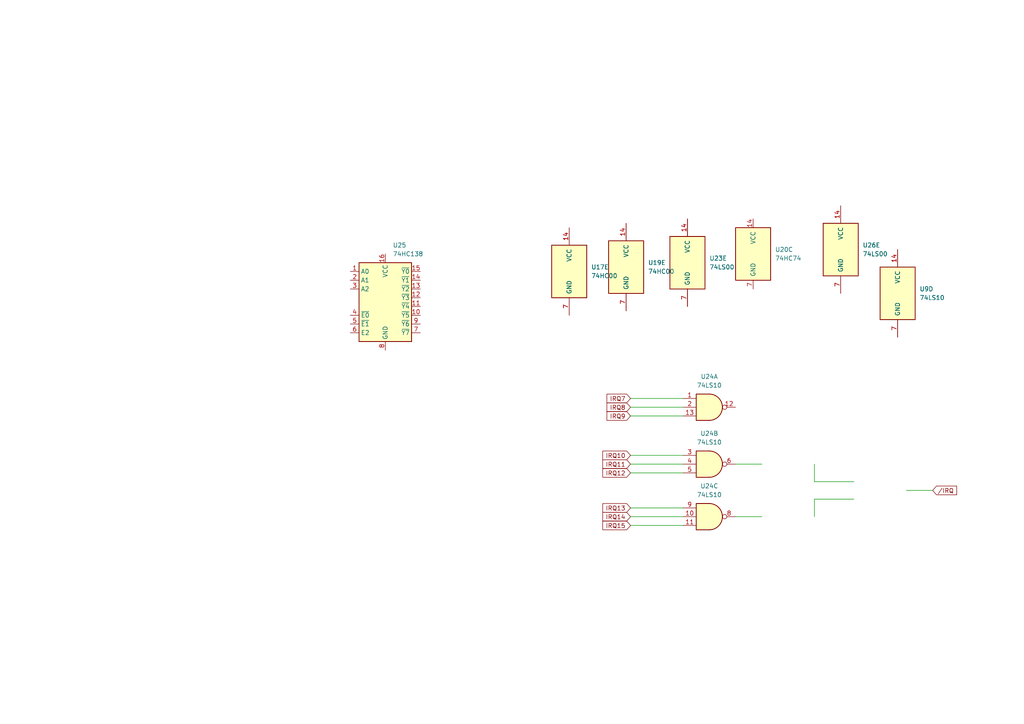
<source format=kicad_sch>
(kicad_sch
	(version 20250114)
	(generator "eeschema")
	(generator_version "9.0")
	(uuid "77fe9110-5fa4-43cd-81de-e0d85a1154ff")
	(paper "A4")
	(lib_symbols
		(symbol "74xx:74HC00"
			(pin_names
				(offset 1.016)
			)
			(exclude_from_sim no)
			(in_bom yes)
			(on_board yes)
			(property "Reference" "U"
				(at 0 1.27 0)
				(effects
					(font
						(size 1.27 1.27)
					)
				)
			)
			(property "Value" "74HC00"
				(at 0 -1.27 0)
				(effects
					(font
						(size 1.27 1.27)
					)
				)
			)
			(property "Footprint" ""
				(at 0 0 0)
				(effects
					(font
						(size 1.27 1.27)
					)
					(hide yes)
				)
			)
			(property "Datasheet" "http://www.ti.com/lit/gpn/sn74hc00"
				(at 0 0 0)
				(effects
					(font
						(size 1.27 1.27)
					)
					(hide yes)
				)
			)
			(property "Description" "quad 2-input NAND gate"
				(at 0 0 0)
				(effects
					(font
						(size 1.27 1.27)
					)
					(hide yes)
				)
			)
			(property "ki_locked" ""
				(at 0 0 0)
				(effects
					(font
						(size 1.27 1.27)
					)
				)
			)
			(property "ki_keywords" "HCMOS nand 2-input"
				(at 0 0 0)
				(effects
					(font
						(size 1.27 1.27)
					)
					(hide yes)
				)
			)
			(property "ki_fp_filters" "DIP*W7.62mm* SO14*"
				(at 0 0 0)
				(effects
					(font
						(size 1.27 1.27)
					)
					(hide yes)
				)
			)
			(symbol "74HC00_1_1"
				(arc
					(start 0 3.81)
					(mid 3.7934 0)
					(end 0 -3.81)
					(stroke
						(width 0.254)
						(type default)
					)
					(fill
						(type background)
					)
				)
				(polyline
					(pts
						(xy 0 3.81) (xy -3.81 3.81) (xy -3.81 -3.81) (xy 0 -3.81)
					)
					(stroke
						(width 0.254)
						(type default)
					)
					(fill
						(type background)
					)
				)
				(pin input line
					(at -7.62 2.54 0)
					(length 3.81)
					(name "~"
						(effects
							(font
								(size 1.27 1.27)
							)
						)
					)
					(number "1"
						(effects
							(font
								(size 1.27 1.27)
							)
						)
					)
				)
				(pin input line
					(at -7.62 -2.54 0)
					(length 3.81)
					(name "~"
						(effects
							(font
								(size 1.27 1.27)
							)
						)
					)
					(number "2"
						(effects
							(font
								(size 1.27 1.27)
							)
						)
					)
				)
				(pin output inverted
					(at 7.62 0 180)
					(length 3.81)
					(name "~"
						(effects
							(font
								(size 1.27 1.27)
							)
						)
					)
					(number "3"
						(effects
							(font
								(size 1.27 1.27)
							)
						)
					)
				)
			)
			(symbol "74HC00_1_2"
				(arc
					(start -3.81 3.81)
					(mid -2.589 0)
					(end -3.81 -3.81)
					(stroke
						(width 0.254)
						(type default)
					)
					(fill
						(type none)
					)
				)
				(polyline
					(pts
						(xy -3.81 3.81) (xy -0.635 3.81)
					)
					(stroke
						(width 0.254)
						(type default)
					)
					(fill
						(type background)
					)
				)
				(polyline
					(pts
						(xy -3.81 -3.81) (xy -0.635 -3.81)
					)
					(stroke
						(width 0.254)
						(type default)
					)
					(fill
						(type background)
					)
				)
				(arc
					(start 3.81 0)
					(mid 2.1855 -2.584)
					(end -0.6096 -3.81)
					(stroke
						(width 0.254)
						(type default)
					)
					(fill
						(type background)
					)
				)
				(arc
					(start -0.6096 3.81)
					(mid 2.1928 2.5924)
					(end 3.81 0)
					(stroke
						(width 0.254)
						(type default)
					)
					(fill
						(type background)
					)
				)
				(polyline
					(pts
						(xy -0.635 3.81) (xy -3.81 3.81) (xy -3.81 3.81) (xy -3.556 3.4036) (xy -3.0226 2.2606) (xy -2.6924 1.0414)
						(xy -2.6162 -0.254) (xy -2.7686 -1.4986) (xy -3.175 -2.7178) (xy -3.81 -3.81) (xy -3.81 -3.81)
						(xy -0.635 -3.81)
					)
					(stroke
						(width -25.4)
						(type default)
					)
					(fill
						(type background)
					)
				)
				(pin input inverted
					(at -7.62 2.54 0)
					(length 4.318)
					(name "~"
						(effects
							(font
								(size 1.27 1.27)
							)
						)
					)
					(number "1"
						(effects
							(font
								(size 1.27 1.27)
							)
						)
					)
				)
				(pin input inverted
					(at -7.62 -2.54 0)
					(length 4.318)
					(name "~"
						(effects
							(font
								(size 1.27 1.27)
							)
						)
					)
					(number "2"
						(effects
							(font
								(size 1.27 1.27)
							)
						)
					)
				)
				(pin output line
					(at 7.62 0 180)
					(length 3.81)
					(name "~"
						(effects
							(font
								(size 1.27 1.27)
							)
						)
					)
					(number "3"
						(effects
							(font
								(size 1.27 1.27)
							)
						)
					)
				)
			)
			(symbol "74HC00_2_1"
				(arc
					(start 0 3.81)
					(mid 3.7934 0)
					(end 0 -3.81)
					(stroke
						(width 0.254)
						(type default)
					)
					(fill
						(type background)
					)
				)
				(polyline
					(pts
						(xy 0 3.81) (xy -3.81 3.81) (xy -3.81 -3.81) (xy 0 -3.81)
					)
					(stroke
						(width 0.254)
						(type default)
					)
					(fill
						(type background)
					)
				)
				(pin input line
					(at -7.62 2.54 0)
					(length 3.81)
					(name "~"
						(effects
							(font
								(size 1.27 1.27)
							)
						)
					)
					(number "4"
						(effects
							(font
								(size 1.27 1.27)
							)
						)
					)
				)
				(pin input line
					(at -7.62 -2.54 0)
					(length 3.81)
					(name "~"
						(effects
							(font
								(size 1.27 1.27)
							)
						)
					)
					(number "5"
						(effects
							(font
								(size 1.27 1.27)
							)
						)
					)
				)
				(pin output inverted
					(at 7.62 0 180)
					(length 3.81)
					(name "~"
						(effects
							(font
								(size 1.27 1.27)
							)
						)
					)
					(number "6"
						(effects
							(font
								(size 1.27 1.27)
							)
						)
					)
				)
			)
			(symbol "74HC00_2_2"
				(arc
					(start -3.81 3.81)
					(mid -2.589 0)
					(end -3.81 -3.81)
					(stroke
						(width 0.254)
						(type default)
					)
					(fill
						(type none)
					)
				)
				(polyline
					(pts
						(xy -3.81 3.81) (xy -0.635 3.81)
					)
					(stroke
						(width 0.254)
						(type default)
					)
					(fill
						(type background)
					)
				)
				(polyline
					(pts
						(xy -3.81 -3.81) (xy -0.635 -3.81)
					)
					(stroke
						(width 0.254)
						(type default)
					)
					(fill
						(type background)
					)
				)
				(arc
					(start 3.81 0)
					(mid 2.1855 -2.584)
					(end -0.6096 -3.81)
					(stroke
						(width 0.254)
						(type default)
					)
					(fill
						(type background)
					)
				)
				(arc
					(start -0.6096 3.81)
					(mid 2.1928 2.5924)
					(end 3.81 0)
					(stroke
						(width 0.254)
						(type default)
					)
					(fill
						(type background)
					)
				)
				(polyline
					(pts
						(xy -0.635 3.81) (xy -3.81 3.81) (xy -3.81 3.81) (xy -3.556 3.4036) (xy -3.0226 2.2606) (xy -2.6924 1.0414)
						(xy -2.6162 -0.254) (xy -2.7686 -1.4986) (xy -3.175 -2.7178) (xy -3.81 -3.81) (xy -3.81 -3.81)
						(xy -0.635 -3.81)
					)
					(stroke
						(width -25.4)
						(type default)
					)
					(fill
						(type background)
					)
				)
				(pin input inverted
					(at -7.62 2.54 0)
					(length 4.318)
					(name "~"
						(effects
							(font
								(size 1.27 1.27)
							)
						)
					)
					(number "4"
						(effects
							(font
								(size 1.27 1.27)
							)
						)
					)
				)
				(pin input inverted
					(at -7.62 -2.54 0)
					(length 4.318)
					(name "~"
						(effects
							(font
								(size 1.27 1.27)
							)
						)
					)
					(number "5"
						(effects
							(font
								(size 1.27 1.27)
							)
						)
					)
				)
				(pin output line
					(at 7.62 0 180)
					(length 3.81)
					(name "~"
						(effects
							(font
								(size 1.27 1.27)
							)
						)
					)
					(number "6"
						(effects
							(font
								(size 1.27 1.27)
							)
						)
					)
				)
			)
			(symbol "74HC00_3_1"
				(arc
					(start 0 3.81)
					(mid 3.7934 0)
					(end 0 -3.81)
					(stroke
						(width 0.254)
						(type default)
					)
					(fill
						(type background)
					)
				)
				(polyline
					(pts
						(xy 0 3.81) (xy -3.81 3.81) (xy -3.81 -3.81) (xy 0 -3.81)
					)
					(stroke
						(width 0.254)
						(type default)
					)
					(fill
						(type background)
					)
				)
				(pin input line
					(at -7.62 2.54 0)
					(length 3.81)
					(name "~"
						(effects
							(font
								(size 1.27 1.27)
							)
						)
					)
					(number "9"
						(effects
							(font
								(size 1.27 1.27)
							)
						)
					)
				)
				(pin input line
					(at -7.62 -2.54 0)
					(length 3.81)
					(name "~"
						(effects
							(font
								(size 1.27 1.27)
							)
						)
					)
					(number "10"
						(effects
							(font
								(size 1.27 1.27)
							)
						)
					)
				)
				(pin output inverted
					(at 7.62 0 180)
					(length 3.81)
					(name "~"
						(effects
							(font
								(size 1.27 1.27)
							)
						)
					)
					(number "8"
						(effects
							(font
								(size 1.27 1.27)
							)
						)
					)
				)
			)
			(symbol "74HC00_3_2"
				(arc
					(start -3.81 3.81)
					(mid -2.589 0)
					(end -3.81 -3.81)
					(stroke
						(width 0.254)
						(type default)
					)
					(fill
						(type none)
					)
				)
				(polyline
					(pts
						(xy -3.81 3.81) (xy -0.635 3.81)
					)
					(stroke
						(width 0.254)
						(type default)
					)
					(fill
						(type background)
					)
				)
				(polyline
					(pts
						(xy -3.81 -3.81) (xy -0.635 -3.81)
					)
					(stroke
						(width 0.254)
						(type default)
					)
					(fill
						(type background)
					)
				)
				(arc
					(start 3.81 0)
					(mid 2.1855 -2.584)
					(end -0.6096 -3.81)
					(stroke
						(width 0.254)
						(type default)
					)
					(fill
						(type background)
					)
				)
				(arc
					(start -0.6096 3.81)
					(mid 2.1928 2.5924)
					(end 3.81 0)
					(stroke
						(width 0.254)
						(type default)
					)
					(fill
						(type background)
					)
				)
				(polyline
					(pts
						(xy -0.635 3.81) (xy -3.81 3.81) (xy -3.81 3.81) (xy -3.556 3.4036) (xy -3.0226 2.2606) (xy -2.6924 1.0414)
						(xy -2.6162 -0.254) (xy -2.7686 -1.4986) (xy -3.175 -2.7178) (xy -3.81 -3.81) (xy -3.81 -3.81)
						(xy -0.635 -3.81)
					)
					(stroke
						(width -25.4)
						(type default)
					)
					(fill
						(type background)
					)
				)
				(pin input inverted
					(at -7.62 2.54 0)
					(length 4.318)
					(name "~"
						(effects
							(font
								(size 1.27 1.27)
							)
						)
					)
					(number "9"
						(effects
							(font
								(size 1.27 1.27)
							)
						)
					)
				)
				(pin input inverted
					(at -7.62 -2.54 0)
					(length 4.318)
					(name "~"
						(effects
							(font
								(size 1.27 1.27)
							)
						)
					)
					(number "10"
						(effects
							(font
								(size 1.27 1.27)
							)
						)
					)
				)
				(pin output line
					(at 7.62 0 180)
					(length 3.81)
					(name "~"
						(effects
							(font
								(size 1.27 1.27)
							)
						)
					)
					(number "8"
						(effects
							(font
								(size 1.27 1.27)
							)
						)
					)
				)
			)
			(symbol "74HC00_4_1"
				(arc
					(start 0 3.81)
					(mid 3.7934 0)
					(end 0 -3.81)
					(stroke
						(width 0.254)
						(type default)
					)
					(fill
						(type background)
					)
				)
				(polyline
					(pts
						(xy 0 3.81) (xy -3.81 3.81) (xy -3.81 -3.81) (xy 0 -3.81)
					)
					(stroke
						(width 0.254)
						(type default)
					)
					(fill
						(type background)
					)
				)
				(pin input line
					(at -7.62 2.54 0)
					(length 3.81)
					(name "~"
						(effects
							(font
								(size 1.27 1.27)
							)
						)
					)
					(number "12"
						(effects
							(font
								(size 1.27 1.27)
							)
						)
					)
				)
				(pin input line
					(at -7.62 -2.54 0)
					(length 3.81)
					(name "~"
						(effects
							(font
								(size 1.27 1.27)
							)
						)
					)
					(number "13"
						(effects
							(font
								(size 1.27 1.27)
							)
						)
					)
				)
				(pin output inverted
					(at 7.62 0 180)
					(length 3.81)
					(name "~"
						(effects
							(font
								(size 1.27 1.27)
							)
						)
					)
					(number "11"
						(effects
							(font
								(size 1.27 1.27)
							)
						)
					)
				)
			)
			(symbol "74HC00_4_2"
				(arc
					(start -3.81 3.81)
					(mid -2.589 0)
					(end -3.81 -3.81)
					(stroke
						(width 0.254)
						(type default)
					)
					(fill
						(type none)
					)
				)
				(polyline
					(pts
						(xy -3.81 3.81) (xy -0.635 3.81)
					)
					(stroke
						(width 0.254)
						(type default)
					)
					(fill
						(type background)
					)
				)
				(polyline
					(pts
						(xy -3.81 -3.81) (xy -0.635 -3.81)
					)
					(stroke
						(width 0.254)
						(type default)
					)
					(fill
						(type background)
					)
				)
				(arc
					(start 3.81 0)
					(mid 2.1855 -2.584)
					(end -0.6096 -3.81)
					(stroke
						(width 0.254)
						(type default)
					)
					(fill
						(type background)
					)
				)
				(arc
					(start -0.6096 3.81)
					(mid 2.1928 2.5924)
					(end 3.81 0)
					(stroke
						(width 0.254)
						(type default)
					)
					(fill
						(type background)
					)
				)
				(polyline
					(pts
						(xy -0.635 3.81) (xy -3.81 3.81) (xy -3.81 3.81) (xy -3.556 3.4036) (xy -3.0226 2.2606) (xy -2.6924 1.0414)
						(xy -2.6162 -0.254) (xy -2.7686 -1.4986) (xy -3.175 -2.7178) (xy -3.81 -3.81) (xy -3.81 -3.81)
						(xy -0.635 -3.81)
					)
					(stroke
						(width -25.4)
						(type default)
					)
					(fill
						(type background)
					)
				)
				(pin input inverted
					(at -7.62 2.54 0)
					(length 4.318)
					(name "~"
						(effects
							(font
								(size 1.27 1.27)
							)
						)
					)
					(number "12"
						(effects
							(font
								(size 1.27 1.27)
							)
						)
					)
				)
				(pin input inverted
					(at -7.62 -2.54 0)
					(length 4.318)
					(name "~"
						(effects
							(font
								(size 1.27 1.27)
							)
						)
					)
					(number "13"
						(effects
							(font
								(size 1.27 1.27)
							)
						)
					)
				)
				(pin output line
					(at 7.62 0 180)
					(length 3.81)
					(name "~"
						(effects
							(font
								(size 1.27 1.27)
							)
						)
					)
					(number "11"
						(effects
							(font
								(size 1.27 1.27)
							)
						)
					)
				)
			)
			(symbol "74HC00_5_0"
				(pin power_in line
					(at 0 12.7 270)
					(length 5.08)
					(name "VCC"
						(effects
							(font
								(size 1.27 1.27)
							)
						)
					)
					(number "14"
						(effects
							(font
								(size 1.27 1.27)
							)
						)
					)
				)
				(pin power_in line
					(at 0 -12.7 90)
					(length 5.08)
					(name "GND"
						(effects
							(font
								(size 1.27 1.27)
							)
						)
					)
					(number "7"
						(effects
							(font
								(size 1.27 1.27)
							)
						)
					)
				)
			)
			(symbol "74HC00_5_1"
				(rectangle
					(start -5.08 7.62)
					(end 5.08 -7.62)
					(stroke
						(width 0.254)
						(type default)
					)
					(fill
						(type background)
					)
				)
			)
			(embedded_fonts no)
		)
		(symbol "74xx:74HC138"
			(exclude_from_sim no)
			(in_bom yes)
			(on_board yes)
			(property "Reference" "U"
				(at -7.62 13.97 0)
				(effects
					(font
						(size 1.27 1.27)
					)
					(justify left bottom)
				)
			)
			(property "Value" "74HC138"
				(at 2.54 -11.43 0)
				(effects
					(font
						(size 1.27 1.27)
					)
					(justify left top)
				)
			)
			(property "Footprint" ""
				(at 0 0 0)
				(effects
					(font
						(size 1.27 1.27)
					)
					(hide yes)
				)
			)
			(property "Datasheet" "http://www.ti.com/lit/ds/symlink/cd74hc238.pdf"
				(at 0 0 0)
				(effects
					(font
						(size 1.27 1.27)
					)
					(hide yes)
				)
			)
			(property "Description" "3-to-8 line decoder/multiplexer inverting, DIP-16/SOIC-16/SSOP-16"
				(at 0 0 0)
				(effects
					(font
						(size 1.27 1.27)
					)
					(hide yes)
				)
			)
			(property "ki_keywords" "demux"
				(at 0 0 0)
				(effects
					(font
						(size 1.27 1.27)
					)
					(hide yes)
				)
			)
			(property "ki_fp_filters" "DIP*W7.62mm* SOIC*3.9x9.9mm*P1.27mm* SSOP*5.3x6.2mm*P0.65mm*"
				(at 0 0 0)
				(effects
					(font
						(size 1.27 1.27)
					)
					(hide yes)
				)
			)
			(symbol "74HC138_0_1"
				(rectangle
					(start -7.62 12.7)
					(end 7.62 -10.16)
					(stroke
						(width 0.254)
						(type default)
					)
					(fill
						(type background)
					)
				)
			)
			(symbol "74HC138_1_1"
				(pin input line
					(at -10.16 10.16 0)
					(length 2.54)
					(name "A0"
						(effects
							(font
								(size 1.27 1.27)
							)
						)
					)
					(number "1"
						(effects
							(font
								(size 1.27 1.27)
							)
						)
					)
				)
				(pin input line
					(at -10.16 7.62 0)
					(length 2.54)
					(name "A1"
						(effects
							(font
								(size 1.27 1.27)
							)
						)
					)
					(number "2"
						(effects
							(font
								(size 1.27 1.27)
							)
						)
					)
				)
				(pin input line
					(at -10.16 5.08 0)
					(length 2.54)
					(name "A2"
						(effects
							(font
								(size 1.27 1.27)
							)
						)
					)
					(number "3"
						(effects
							(font
								(size 1.27 1.27)
							)
						)
					)
				)
				(pin input line
					(at -10.16 -2.54 0)
					(length 2.54)
					(name "~{E0}"
						(effects
							(font
								(size 1.27 1.27)
							)
						)
					)
					(number "4"
						(effects
							(font
								(size 1.27 1.27)
							)
						)
					)
				)
				(pin input line
					(at -10.16 -5.08 0)
					(length 2.54)
					(name "~{E1}"
						(effects
							(font
								(size 1.27 1.27)
							)
						)
					)
					(number "5"
						(effects
							(font
								(size 1.27 1.27)
							)
						)
					)
				)
				(pin input line
					(at -10.16 -7.62 0)
					(length 2.54)
					(name "E2"
						(effects
							(font
								(size 1.27 1.27)
							)
						)
					)
					(number "6"
						(effects
							(font
								(size 1.27 1.27)
							)
						)
					)
				)
				(pin power_in line
					(at 0 15.24 270)
					(length 2.54)
					(name "VCC"
						(effects
							(font
								(size 1.27 1.27)
							)
						)
					)
					(number "16"
						(effects
							(font
								(size 1.27 1.27)
							)
						)
					)
				)
				(pin power_in line
					(at 0 -12.7 90)
					(length 2.54)
					(name "GND"
						(effects
							(font
								(size 1.27 1.27)
							)
						)
					)
					(number "8"
						(effects
							(font
								(size 1.27 1.27)
							)
						)
					)
				)
				(pin output line
					(at 10.16 10.16 180)
					(length 2.54)
					(name "~{Y0}"
						(effects
							(font
								(size 1.27 1.27)
							)
						)
					)
					(number "15"
						(effects
							(font
								(size 1.27 1.27)
							)
						)
					)
				)
				(pin output line
					(at 10.16 7.62 180)
					(length 2.54)
					(name "~{Y1}"
						(effects
							(font
								(size 1.27 1.27)
							)
						)
					)
					(number "14"
						(effects
							(font
								(size 1.27 1.27)
							)
						)
					)
				)
				(pin output line
					(at 10.16 5.08 180)
					(length 2.54)
					(name "~{Y2}"
						(effects
							(font
								(size 1.27 1.27)
							)
						)
					)
					(number "13"
						(effects
							(font
								(size 1.27 1.27)
							)
						)
					)
				)
				(pin output line
					(at 10.16 2.54 180)
					(length 2.54)
					(name "~{Y3}"
						(effects
							(font
								(size 1.27 1.27)
							)
						)
					)
					(number "12"
						(effects
							(font
								(size 1.27 1.27)
							)
						)
					)
				)
				(pin output line
					(at 10.16 0 180)
					(length 2.54)
					(name "~{Y4}"
						(effects
							(font
								(size 1.27 1.27)
							)
						)
					)
					(number "11"
						(effects
							(font
								(size 1.27 1.27)
							)
						)
					)
				)
				(pin output line
					(at 10.16 -2.54 180)
					(length 2.54)
					(name "~{Y5}"
						(effects
							(font
								(size 1.27 1.27)
							)
						)
					)
					(number "10"
						(effects
							(font
								(size 1.27 1.27)
							)
						)
					)
				)
				(pin output line
					(at 10.16 -5.08 180)
					(length 2.54)
					(name "~{Y6}"
						(effects
							(font
								(size 1.27 1.27)
							)
						)
					)
					(number "9"
						(effects
							(font
								(size 1.27 1.27)
							)
						)
					)
				)
				(pin output line
					(at 10.16 -7.62 180)
					(length 2.54)
					(name "~{Y7}"
						(effects
							(font
								(size 1.27 1.27)
							)
						)
					)
					(number "7"
						(effects
							(font
								(size 1.27 1.27)
							)
						)
					)
				)
			)
			(embedded_fonts no)
		)
		(symbol "74xx:74HC74"
			(pin_names
				(offset 1.016)
			)
			(exclude_from_sim no)
			(in_bom yes)
			(on_board yes)
			(property "Reference" "U"
				(at -7.62 8.89 0)
				(effects
					(font
						(size 1.27 1.27)
					)
				)
			)
			(property "Value" "74HC74"
				(at -7.62 -8.89 0)
				(effects
					(font
						(size 1.27 1.27)
					)
				)
			)
			(property "Footprint" ""
				(at 0 0 0)
				(effects
					(font
						(size 1.27 1.27)
					)
					(hide yes)
				)
			)
			(property "Datasheet" "74xx/74hc_hct74.pdf"
				(at 0 0 0)
				(effects
					(font
						(size 1.27 1.27)
					)
					(hide yes)
				)
			)
			(property "Description" "Dual D Flip-flop, Set & Reset"
				(at 0 0 0)
				(effects
					(font
						(size 1.27 1.27)
					)
					(hide yes)
				)
			)
			(property "ki_locked" ""
				(at 0 0 0)
				(effects
					(font
						(size 1.27 1.27)
					)
				)
			)
			(property "ki_keywords" "TTL DFF"
				(at 0 0 0)
				(effects
					(font
						(size 1.27 1.27)
					)
					(hide yes)
				)
			)
			(property "ki_fp_filters" "DIP*W7.62mm*"
				(at 0 0 0)
				(effects
					(font
						(size 1.27 1.27)
					)
					(hide yes)
				)
			)
			(symbol "74HC74_1_0"
				(pin input line
					(at -7.62 2.54 0)
					(length 2.54)
					(name "D"
						(effects
							(font
								(size 1.27 1.27)
							)
						)
					)
					(number "2"
						(effects
							(font
								(size 1.27 1.27)
							)
						)
					)
				)
				(pin input clock
					(at -7.62 0 0)
					(length 2.54)
					(name "C"
						(effects
							(font
								(size 1.27 1.27)
							)
						)
					)
					(number "3"
						(effects
							(font
								(size 1.27 1.27)
							)
						)
					)
				)
				(pin input line
					(at 0 7.62 270)
					(length 2.54)
					(name "~{S}"
						(effects
							(font
								(size 1.27 1.27)
							)
						)
					)
					(number "4"
						(effects
							(font
								(size 1.27 1.27)
							)
						)
					)
				)
				(pin input line
					(at 0 -7.62 90)
					(length 2.54)
					(name "~{R}"
						(effects
							(font
								(size 1.27 1.27)
							)
						)
					)
					(number "1"
						(effects
							(font
								(size 1.27 1.27)
							)
						)
					)
				)
				(pin output line
					(at 7.62 2.54 180)
					(length 2.54)
					(name "Q"
						(effects
							(font
								(size 1.27 1.27)
							)
						)
					)
					(number "5"
						(effects
							(font
								(size 1.27 1.27)
							)
						)
					)
				)
				(pin output line
					(at 7.62 -2.54 180)
					(length 2.54)
					(name "~{Q}"
						(effects
							(font
								(size 1.27 1.27)
							)
						)
					)
					(number "6"
						(effects
							(font
								(size 1.27 1.27)
							)
						)
					)
				)
			)
			(symbol "74HC74_1_1"
				(rectangle
					(start -5.08 5.08)
					(end 5.08 -5.08)
					(stroke
						(width 0.254)
						(type default)
					)
					(fill
						(type background)
					)
				)
			)
			(symbol "74HC74_2_0"
				(pin input line
					(at -7.62 2.54 0)
					(length 2.54)
					(name "D"
						(effects
							(font
								(size 1.27 1.27)
							)
						)
					)
					(number "12"
						(effects
							(font
								(size 1.27 1.27)
							)
						)
					)
				)
				(pin input clock
					(at -7.62 0 0)
					(length 2.54)
					(name "C"
						(effects
							(font
								(size 1.27 1.27)
							)
						)
					)
					(number "11"
						(effects
							(font
								(size 1.27 1.27)
							)
						)
					)
				)
				(pin input line
					(at 0 7.62 270)
					(length 2.54)
					(name "~{S}"
						(effects
							(font
								(size 1.27 1.27)
							)
						)
					)
					(number "10"
						(effects
							(font
								(size 1.27 1.27)
							)
						)
					)
				)
				(pin input line
					(at 0 -7.62 90)
					(length 2.54)
					(name "~{R}"
						(effects
							(font
								(size 1.27 1.27)
							)
						)
					)
					(number "13"
						(effects
							(font
								(size 1.27 1.27)
							)
						)
					)
				)
				(pin output line
					(at 7.62 2.54 180)
					(length 2.54)
					(name "Q"
						(effects
							(font
								(size 1.27 1.27)
							)
						)
					)
					(number "9"
						(effects
							(font
								(size 1.27 1.27)
							)
						)
					)
				)
				(pin output line
					(at 7.62 -2.54 180)
					(length 2.54)
					(name "~{Q}"
						(effects
							(font
								(size 1.27 1.27)
							)
						)
					)
					(number "8"
						(effects
							(font
								(size 1.27 1.27)
							)
						)
					)
				)
			)
			(symbol "74HC74_2_1"
				(rectangle
					(start -5.08 5.08)
					(end 5.08 -5.08)
					(stroke
						(width 0.254)
						(type default)
					)
					(fill
						(type background)
					)
				)
			)
			(symbol "74HC74_3_0"
				(pin power_in line
					(at 0 10.16 270)
					(length 2.54)
					(name "VCC"
						(effects
							(font
								(size 1.27 1.27)
							)
						)
					)
					(number "14"
						(effects
							(font
								(size 1.27 1.27)
							)
						)
					)
				)
				(pin power_in line
					(at 0 -10.16 90)
					(length 2.54)
					(name "GND"
						(effects
							(font
								(size 1.27 1.27)
							)
						)
					)
					(number "7"
						(effects
							(font
								(size 1.27 1.27)
							)
						)
					)
				)
			)
			(symbol "74HC74_3_1"
				(rectangle
					(start -5.08 7.62)
					(end 5.08 -7.62)
					(stroke
						(width 0.254)
						(type default)
					)
					(fill
						(type background)
					)
				)
			)
			(embedded_fonts no)
		)
		(symbol "74xx:74LS00"
			(pin_names
				(offset 1.016)
			)
			(exclude_from_sim no)
			(in_bom yes)
			(on_board yes)
			(property "Reference" "U"
				(at 0 1.27 0)
				(effects
					(font
						(size 1.27 1.27)
					)
				)
			)
			(property "Value" "74LS00"
				(at 0 -1.27 0)
				(effects
					(font
						(size 1.27 1.27)
					)
				)
			)
			(property "Footprint" ""
				(at 0 0 0)
				(effects
					(font
						(size 1.27 1.27)
					)
					(hide yes)
				)
			)
			(property "Datasheet" "http://www.ti.com/lit/gpn/sn74ls00"
				(at 0 0 0)
				(effects
					(font
						(size 1.27 1.27)
					)
					(hide yes)
				)
			)
			(property "Description" "quad 2-input NAND gate"
				(at 0 0 0)
				(effects
					(font
						(size 1.27 1.27)
					)
					(hide yes)
				)
			)
			(property "ki_locked" ""
				(at 0 0 0)
				(effects
					(font
						(size 1.27 1.27)
					)
				)
			)
			(property "ki_keywords" "TTL nand 2-input"
				(at 0 0 0)
				(effects
					(font
						(size 1.27 1.27)
					)
					(hide yes)
				)
			)
			(property "ki_fp_filters" "DIP*W7.62mm* SO14*"
				(at 0 0 0)
				(effects
					(font
						(size 1.27 1.27)
					)
					(hide yes)
				)
			)
			(symbol "74LS00_1_1"
				(arc
					(start 0 3.81)
					(mid 3.7934 0)
					(end 0 -3.81)
					(stroke
						(width 0.254)
						(type default)
					)
					(fill
						(type background)
					)
				)
				(polyline
					(pts
						(xy 0 3.81) (xy -3.81 3.81) (xy -3.81 -3.81) (xy 0 -3.81)
					)
					(stroke
						(width 0.254)
						(type default)
					)
					(fill
						(type background)
					)
				)
				(pin input line
					(at -7.62 2.54 0)
					(length 3.81)
					(name "~"
						(effects
							(font
								(size 1.27 1.27)
							)
						)
					)
					(number "1"
						(effects
							(font
								(size 1.27 1.27)
							)
						)
					)
				)
				(pin input line
					(at -7.62 -2.54 0)
					(length 3.81)
					(name "~"
						(effects
							(font
								(size 1.27 1.27)
							)
						)
					)
					(number "2"
						(effects
							(font
								(size 1.27 1.27)
							)
						)
					)
				)
				(pin output inverted
					(at 7.62 0 180)
					(length 3.81)
					(name "~"
						(effects
							(font
								(size 1.27 1.27)
							)
						)
					)
					(number "3"
						(effects
							(font
								(size 1.27 1.27)
							)
						)
					)
				)
			)
			(symbol "74LS00_1_2"
				(arc
					(start -3.81 3.81)
					(mid -2.589 0)
					(end -3.81 -3.81)
					(stroke
						(width 0.254)
						(type default)
					)
					(fill
						(type none)
					)
				)
				(polyline
					(pts
						(xy -3.81 3.81) (xy -0.635 3.81)
					)
					(stroke
						(width 0.254)
						(type default)
					)
					(fill
						(type background)
					)
				)
				(polyline
					(pts
						(xy -3.81 -3.81) (xy -0.635 -3.81)
					)
					(stroke
						(width 0.254)
						(type default)
					)
					(fill
						(type background)
					)
				)
				(arc
					(start 3.81 0)
					(mid 2.1855 -2.584)
					(end -0.6096 -3.81)
					(stroke
						(width 0.254)
						(type default)
					)
					(fill
						(type background)
					)
				)
				(arc
					(start -0.6096 3.81)
					(mid 2.1928 2.5924)
					(end 3.81 0)
					(stroke
						(width 0.254)
						(type default)
					)
					(fill
						(type background)
					)
				)
				(polyline
					(pts
						(xy -0.635 3.81) (xy -3.81 3.81) (xy -3.81 3.81) (xy -3.556 3.4036) (xy -3.0226 2.2606) (xy -2.6924 1.0414)
						(xy -2.6162 -0.254) (xy -2.7686 -1.4986) (xy -3.175 -2.7178) (xy -3.81 -3.81) (xy -3.81 -3.81)
						(xy -0.635 -3.81)
					)
					(stroke
						(width -25.4)
						(type default)
					)
					(fill
						(type background)
					)
				)
				(pin input inverted
					(at -7.62 2.54 0)
					(length 4.318)
					(name "~"
						(effects
							(font
								(size 1.27 1.27)
							)
						)
					)
					(number "1"
						(effects
							(font
								(size 1.27 1.27)
							)
						)
					)
				)
				(pin input inverted
					(at -7.62 -2.54 0)
					(length 4.318)
					(name "~"
						(effects
							(font
								(size 1.27 1.27)
							)
						)
					)
					(number "2"
						(effects
							(font
								(size 1.27 1.27)
							)
						)
					)
				)
				(pin output line
					(at 7.62 0 180)
					(length 3.81)
					(name "~"
						(effects
							(font
								(size 1.27 1.27)
							)
						)
					)
					(number "3"
						(effects
							(font
								(size 1.27 1.27)
							)
						)
					)
				)
			)
			(symbol "74LS00_2_1"
				(arc
					(start 0 3.81)
					(mid 3.7934 0)
					(end 0 -3.81)
					(stroke
						(width 0.254)
						(type default)
					)
					(fill
						(type background)
					)
				)
				(polyline
					(pts
						(xy 0 3.81) (xy -3.81 3.81) (xy -3.81 -3.81) (xy 0 -3.81)
					)
					(stroke
						(width 0.254)
						(type default)
					)
					(fill
						(type background)
					)
				)
				(pin input line
					(at -7.62 2.54 0)
					(length 3.81)
					(name "~"
						(effects
							(font
								(size 1.27 1.27)
							)
						)
					)
					(number "4"
						(effects
							(font
								(size 1.27 1.27)
							)
						)
					)
				)
				(pin input line
					(at -7.62 -2.54 0)
					(length 3.81)
					(name "~"
						(effects
							(font
								(size 1.27 1.27)
							)
						)
					)
					(number "5"
						(effects
							(font
								(size 1.27 1.27)
							)
						)
					)
				)
				(pin output inverted
					(at 7.62 0 180)
					(length 3.81)
					(name "~"
						(effects
							(font
								(size 1.27 1.27)
							)
						)
					)
					(number "6"
						(effects
							(font
								(size 1.27 1.27)
							)
						)
					)
				)
			)
			(symbol "74LS00_2_2"
				(arc
					(start -3.81 3.81)
					(mid -2.589 0)
					(end -3.81 -3.81)
					(stroke
						(width 0.254)
						(type default)
					)
					(fill
						(type none)
					)
				)
				(polyline
					(pts
						(xy -3.81 3.81) (xy -0.635 3.81)
					)
					(stroke
						(width 0.254)
						(type default)
					)
					(fill
						(type background)
					)
				)
				(polyline
					(pts
						(xy -3.81 -3.81) (xy -0.635 -3.81)
					)
					(stroke
						(width 0.254)
						(type default)
					)
					(fill
						(type background)
					)
				)
				(arc
					(start 3.81 0)
					(mid 2.1855 -2.584)
					(end -0.6096 -3.81)
					(stroke
						(width 0.254)
						(type default)
					)
					(fill
						(type background)
					)
				)
				(arc
					(start -0.6096 3.81)
					(mid 2.1928 2.5924)
					(end 3.81 0)
					(stroke
						(width 0.254)
						(type default)
					)
					(fill
						(type background)
					)
				)
				(polyline
					(pts
						(xy -0.635 3.81) (xy -3.81 3.81) (xy -3.81 3.81) (xy -3.556 3.4036) (xy -3.0226 2.2606) (xy -2.6924 1.0414)
						(xy -2.6162 -0.254) (xy -2.7686 -1.4986) (xy -3.175 -2.7178) (xy -3.81 -3.81) (xy -3.81 -3.81)
						(xy -0.635 -3.81)
					)
					(stroke
						(width -25.4)
						(type default)
					)
					(fill
						(type background)
					)
				)
				(pin input inverted
					(at -7.62 2.54 0)
					(length 4.318)
					(name "~"
						(effects
							(font
								(size 1.27 1.27)
							)
						)
					)
					(number "4"
						(effects
							(font
								(size 1.27 1.27)
							)
						)
					)
				)
				(pin input inverted
					(at -7.62 -2.54 0)
					(length 4.318)
					(name "~"
						(effects
							(font
								(size 1.27 1.27)
							)
						)
					)
					(number "5"
						(effects
							(font
								(size 1.27 1.27)
							)
						)
					)
				)
				(pin output line
					(at 7.62 0 180)
					(length 3.81)
					(name "~"
						(effects
							(font
								(size 1.27 1.27)
							)
						)
					)
					(number "6"
						(effects
							(font
								(size 1.27 1.27)
							)
						)
					)
				)
			)
			(symbol "74LS00_3_1"
				(arc
					(start 0 3.81)
					(mid 3.7934 0)
					(end 0 -3.81)
					(stroke
						(width 0.254)
						(type default)
					)
					(fill
						(type background)
					)
				)
				(polyline
					(pts
						(xy 0 3.81) (xy -3.81 3.81) (xy -3.81 -3.81) (xy 0 -3.81)
					)
					(stroke
						(width 0.254)
						(type default)
					)
					(fill
						(type background)
					)
				)
				(pin input line
					(at -7.62 2.54 0)
					(length 3.81)
					(name "~"
						(effects
							(font
								(size 1.27 1.27)
							)
						)
					)
					(number "9"
						(effects
							(font
								(size 1.27 1.27)
							)
						)
					)
				)
				(pin input line
					(at -7.62 -2.54 0)
					(length 3.81)
					(name "~"
						(effects
							(font
								(size 1.27 1.27)
							)
						)
					)
					(number "10"
						(effects
							(font
								(size 1.27 1.27)
							)
						)
					)
				)
				(pin output inverted
					(at 7.62 0 180)
					(length 3.81)
					(name "~"
						(effects
							(font
								(size 1.27 1.27)
							)
						)
					)
					(number "8"
						(effects
							(font
								(size 1.27 1.27)
							)
						)
					)
				)
			)
			(symbol "74LS00_3_2"
				(arc
					(start -3.81 3.81)
					(mid -2.589 0)
					(end -3.81 -3.81)
					(stroke
						(width 0.254)
						(type default)
					)
					(fill
						(type none)
					)
				)
				(polyline
					(pts
						(xy -3.81 3.81) (xy -0.635 3.81)
					)
					(stroke
						(width 0.254)
						(type default)
					)
					(fill
						(type background)
					)
				)
				(polyline
					(pts
						(xy -3.81 -3.81) (xy -0.635 -3.81)
					)
					(stroke
						(width 0.254)
						(type default)
					)
					(fill
						(type background)
					)
				)
				(arc
					(start 3.81 0)
					(mid 2.1855 -2.584)
					(end -0.6096 -3.81)
					(stroke
						(width 0.254)
						(type default)
					)
					(fill
						(type background)
					)
				)
				(arc
					(start -0.6096 3.81)
					(mid 2.1928 2.5924)
					(end 3.81 0)
					(stroke
						(width 0.254)
						(type default)
					)
					(fill
						(type background)
					)
				)
				(polyline
					(pts
						(xy -0.635 3.81) (xy -3.81 3.81) (xy -3.81 3.81) (xy -3.556 3.4036) (xy -3.0226 2.2606) (xy -2.6924 1.0414)
						(xy -2.6162 -0.254) (xy -2.7686 -1.4986) (xy -3.175 -2.7178) (xy -3.81 -3.81) (xy -3.81 -3.81)
						(xy -0.635 -3.81)
					)
					(stroke
						(width -25.4)
						(type default)
					)
					(fill
						(type background)
					)
				)
				(pin input inverted
					(at -7.62 2.54 0)
					(length 4.318)
					(name "~"
						(effects
							(font
								(size 1.27 1.27)
							)
						)
					)
					(number "9"
						(effects
							(font
								(size 1.27 1.27)
							)
						)
					)
				)
				(pin input inverted
					(at -7.62 -2.54 0)
					(length 4.318)
					(name "~"
						(effects
							(font
								(size 1.27 1.27)
							)
						)
					)
					(number "10"
						(effects
							(font
								(size 1.27 1.27)
							)
						)
					)
				)
				(pin output line
					(at 7.62 0 180)
					(length 3.81)
					(name "~"
						(effects
							(font
								(size 1.27 1.27)
							)
						)
					)
					(number "8"
						(effects
							(font
								(size 1.27 1.27)
							)
						)
					)
				)
			)
			(symbol "74LS00_4_1"
				(arc
					(start 0 3.81)
					(mid 3.7934 0)
					(end 0 -3.81)
					(stroke
						(width 0.254)
						(type default)
					)
					(fill
						(type background)
					)
				)
				(polyline
					(pts
						(xy 0 3.81) (xy -3.81 3.81) (xy -3.81 -3.81) (xy 0 -3.81)
					)
					(stroke
						(width 0.254)
						(type default)
					)
					(fill
						(type background)
					)
				)
				(pin input line
					(at -7.62 2.54 0)
					(length 3.81)
					(name "~"
						(effects
							(font
								(size 1.27 1.27)
							)
						)
					)
					(number "12"
						(effects
							(font
								(size 1.27 1.27)
							)
						)
					)
				)
				(pin input line
					(at -7.62 -2.54 0)
					(length 3.81)
					(name "~"
						(effects
							(font
								(size 1.27 1.27)
							)
						)
					)
					(number "13"
						(effects
							(font
								(size 1.27 1.27)
							)
						)
					)
				)
				(pin output inverted
					(at 7.62 0 180)
					(length 3.81)
					(name "~"
						(effects
							(font
								(size 1.27 1.27)
							)
						)
					)
					(number "11"
						(effects
							(font
								(size 1.27 1.27)
							)
						)
					)
				)
			)
			(symbol "74LS00_4_2"
				(arc
					(start -3.81 3.81)
					(mid -2.589 0)
					(end -3.81 -3.81)
					(stroke
						(width 0.254)
						(type default)
					)
					(fill
						(type none)
					)
				)
				(polyline
					(pts
						(xy -3.81 3.81) (xy -0.635 3.81)
					)
					(stroke
						(width 0.254)
						(type default)
					)
					(fill
						(type background)
					)
				)
				(polyline
					(pts
						(xy -3.81 -3.81) (xy -0.635 -3.81)
					)
					(stroke
						(width 0.254)
						(type default)
					)
					(fill
						(type background)
					)
				)
				(arc
					(start 3.81 0)
					(mid 2.1855 -2.584)
					(end -0.6096 -3.81)
					(stroke
						(width 0.254)
						(type default)
					)
					(fill
						(type background)
					)
				)
				(arc
					(start -0.6096 3.81)
					(mid 2.1928 2.5924)
					(end 3.81 0)
					(stroke
						(width 0.254)
						(type default)
					)
					(fill
						(type background)
					)
				)
				(polyline
					(pts
						(xy -0.635 3.81) (xy -3.81 3.81) (xy -3.81 3.81) (xy -3.556 3.4036) (xy -3.0226 2.2606) (xy -2.6924 1.0414)
						(xy -2.6162 -0.254) (xy -2.7686 -1.4986) (xy -3.175 -2.7178) (xy -3.81 -3.81) (xy -3.81 -3.81)
						(xy -0.635 -3.81)
					)
					(stroke
						(width -25.4)
						(type default)
					)
					(fill
						(type background)
					)
				)
				(pin input inverted
					(at -7.62 2.54 0)
					(length 4.318)
					(name "~"
						(effects
							(font
								(size 1.27 1.27)
							)
						)
					)
					(number "12"
						(effects
							(font
								(size 1.27 1.27)
							)
						)
					)
				)
				(pin input inverted
					(at -7.62 -2.54 0)
					(length 4.318)
					(name "~"
						(effects
							(font
								(size 1.27 1.27)
							)
						)
					)
					(number "13"
						(effects
							(font
								(size 1.27 1.27)
							)
						)
					)
				)
				(pin output line
					(at 7.62 0 180)
					(length 3.81)
					(name "~"
						(effects
							(font
								(size 1.27 1.27)
							)
						)
					)
					(number "11"
						(effects
							(font
								(size 1.27 1.27)
							)
						)
					)
				)
			)
			(symbol "74LS00_5_0"
				(pin power_in line
					(at 0 12.7 270)
					(length 5.08)
					(name "VCC"
						(effects
							(font
								(size 1.27 1.27)
							)
						)
					)
					(number "14"
						(effects
							(font
								(size 1.27 1.27)
							)
						)
					)
				)
				(pin power_in line
					(at 0 -12.7 90)
					(length 5.08)
					(name "GND"
						(effects
							(font
								(size 1.27 1.27)
							)
						)
					)
					(number "7"
						(effects
							(font
								(size 1.27 1.27)
							)
						)
					)
				)
			)
			(symbol "74LS00_5_1"
				(rectangle
					(start -5.08 7.62)
					(end 5.08 -7.62)
					(stroke
						(width 0.254)
						(type default)
					)
					(fill
						(type background)
					)
				)
			)
			(embedded_fonts no)
		)
		(symbol "74xx:74LS10"
			(pin_names
				(offset 1.016)
			)
			(exclude_from_sim no)
			(in_bom yes)
			(on_board yes)
			(property "Reference" "U"
				(at 0 1.27 0)
				(effects
					(font
						(size 1.27 1.27)
					)
				)
			)
			(property "Value" "74LS10"
				(at 0 -1.27 0)
				(effects
					(font
						(size 1.27 1.27)
					)
				)
			)
			(property "Footprint" ""
				(at 0 0 0)
				(effects
					(font
						(size 1.27 1.27)
					)
					(hide yes)
				)
			)
			(property "Datasheet" "http://www.ti.com/lit/gpn/sn74LS10"
				(at 0 0 0)
				(effects
					(font
						(size 1.27 1.27)
					)
					(hide yes)
				)
			)
			(property "Description" "Triple 3-input NAND"
				(at 0 0 0)
				(effects
					(font
						(size 1.27 1.27)
					)
					(hide yes)
				)
			)
			(property "ki_locked" ""
				(at 0 0 0)
				(effects
					(font
						(size 1.27 1.27)
					)
				)
			)
			(property "ki_keywords" "TTL Nand3"
				(at 0 0 0)
				(effects
					(font
						(size 1.27 1.27)
					)
					(hide yes)
				)
			)
			(property "ki_fp_filters" "DIP*W7.62mm*"
				(at 0 0 0)
				(effects
					(font
						(size 1.27 1.27)
					)
					(hide yes)
				)
			)
			(symbol "74LS10_1_1"
				(arc
					(start 0 3.81)
					(mid 3.7934 0)
					(end 0 -3.81)
					(stroke
						(width 0.254)
						(type default)
					)
					(fill
						(type background)
					)
				)
				(polyline
					(pts
						(xy 0 3.81) (xy -3.81 3.81) (xy -3.81 -3.81) (xy 0 -3.81)
					)
					(stroke
						(width 0.254)
						(type default)
					)
					(fill
						(type background)
					)
				)
				(pin input line
					(at -7.62 2.54 0)
					(length 3.81)
					(name "~"
						(effects
							(font
								(size 1.27 1.27)
							)
						)
					)
					(number "1"
						(effects
							(font
								(size 1.27 1.27)
							)
						)
					)
				)
				(pin input line
					(at -7.62 0 0)
					(length 3.81)
					(name "~"
						(effects
							(font
								(size 1.27 1.27)
							)
						)
					)
					(number "2"
						(effects
							(font
								(size 1.27 1.27)
							)
						)
					)
				)
				(pin input line
					(at -7.62 -2.54 0)
					(length 3.81)
					(name "~"
						(effects
							(font
								(size 1.27 1.27)
							)
						)
					)
					(number "13"
						(effects
							(font
								(size 1.27 1.27)
							)
						)
					)
				)
				(pin output inverted
					(at 7.62 0 180)
					(length 3.81)
					(name "~"
						(effects
							(font
								(size 1.27 1.27)
							)
						)
					)
					(number "12"
						(effects
							(font
								(size 1.27 1.27)
							)
						)
					)
				)
			)
			(symbol "74LS10_1_2"
				(arc
					(start -3.81 3.81)
					(mid -2.589 0)
					(end -3.81 -3.81)
					(stroke
						(width 0.254)
						(type default)
					)
					(fill
						(type none)
					)
				)
				(polyline
					(pts
						(xy -3.81 3.81) (xy -0.635 3.81)
					)
					(stroke
						(width 0.254)
						(type default)
					)
					(fill
						(type background)
					)
				)
				(polyline
					(pts
						(xy -3.81 -3.81) (xy -0.635 -3.81)
					)
					(stroke
						(width 0.254)
						(type default)
					)
					(fill
						(type background)
					)
				)
				(arc
					(start 3.81 0)
					(mid 2.1855 -2.584)
					(end -0.6096 -3.81)
					(stroke
						(width 0.254)
						(type default)
					)
					(fill
						(type background)
					)
				)
				(arc
					(start -0.6096 3.81)
					(mid 2.1928 2.5924)
					(end 3.81 0)
					(stroke
						(width 0.254)
						(type default)
					)
					(fill
						(type background)
					)
				)
				(polyline
					(pts
						(xy -0.635 3.81) (xy -3.81 3.81) (xy -3.81 3.81) (xy -3.556 3.4036) (xy -3.0226 2.2606) (xy -2.6924 1.0414)
						(xy -2.6162 -0.254) (xy -2.7686 -1.4986) (xy -3.175 -2.7178) (xy -3.81 -3.81) (xy -3.81 -3.81)
						(xy -0.635 -3.81)
					)
					(stroke
						(width -25.4)
						(type default)
					)
					(fill
						(type background)
					)
				)
				(pin input inverted
					(at -7.62 2.54 0)
					(length 4.318)
					(name "~"
						(effects
							(font
								(size 1.27 1.27)
							)
						)
					)
					(number "1"
						(effects
							(font
								(size 1.27 1.27)
							)
						)
					)
				)
				(pin input inverted
					(at -7.62 0 0)
					(length 4.953)
					(name "~"
						(effects
							(font
								(size 1.27 1.27)
							)
						)
					)
					(number "2"
						(effects
							(font
								(size 1.27 1.27)
							)
						)
					)
				)
				(pin input inverted
					(at -7.62 -2.54 0)
					(length 4.318)
					(name "~"
						(effects
							(font
								(size 1.27 1.27)
							)
						)
					)
					(number "13"
						(effects
							(font
								(size 1.27 1.27)
							)
						)
					)
				)
				(pin output line
					(at 7.62 0 180)
					(length 3.81)
					(name "~"
						(effects
							(font
								(size 1.27 1.27)
							)
						)
					)
					(number "12"
						(effects
							(font
								(size 1.27 1.27)
							)
						)
					)
				)
			)
			(symbol "74LS10_2_1"
				(arc
					(start 0 3.81)
					(mid 3.7934 0)
					(end 0 -3.81)
					(stroke
						(width 0.254)
						(type default)
					)
					(fill
						(type background)
					)
				)
				(polyline
					(pts
						(xy 0 3.81) (xy -3.81 3.81) (xy -3.81 -3.81) (xy 0 -3.81)
					)
					(stroke
						(width 0.254)
						(type default)
					)
					(fill
						(type background)
					)
				)
				(pin input line
					(at -7.62 2.54 0)
					(length 3.81)
					(name "~"
						(effects
							(font
								(size 1.27 1.27)
							)
						)
					)
					(number "3"
						(effects
							(font
								(size 1.27 1.27)
							)
						)
					)
				)
				(pin input line
					(at -7.62 0 0)
					(length 3.81)
					(name "~"
						(effects
							(font
								(size 1.27 1.27)
							)
						)
					)
					(number "4"
						(effects
							(font
								(size 1.27 1.27)
							)
						)
					)
				)
				(pin input line
					(at -7.62 -2.54 0)
					(length 3.81)
					(name "~"
						(effects
							(font
								(size 1.27 1.27)
							)
						)
					)
					(number "5"
						(effects
							(font
								(size 1.27 1.27)
							)
						)
					)
				)
				(pin output inverted
					(at 7.62 0 180)
					(length 3.81)
					(name "~"
						(effects
							(font
								(size 1.27 1.27)
							)
						)
					)
					(number "6"
						(effects
							(font
								(size 1.27 1.27)
							)
						)
					)
				)
			)
			(symbol "74LS10_2_2"
				(arc
					(start -3.81 3.81)
					(mid -2.589 0)
					(end -3.81 -3.81)
					(stroke
						(width 0.254)
						(type default)
					)
					(fill
						(type none)
					)
				)
				(polyline
					(pts
						(xy -3.81 3.81) (xy -0.635 3.81)
					)
					(stroke
						(width 0.254)
						(type default)
					)
					(fill
						(type background)
					)
				)
				(polyline
					(pts
						(xy -3.81 -3.81) (xy -0.635 -3.81)
					)
					(stroke
						(width 0.254)
						(type default)
					)
					(fill
						(type background)
					)
				)
				(arc
					(start 3.81 0)
					(mid 2.1855 -2.584)
					(end -0.6096 -3.81)
					(stroke
						(width 0.254)
						(type default)
					)
					(fill
						(type background)
					)
				)
				(arc
					(start -0.6096 3.81)
					(mid 2.1928 2.5924)
					(end 3.81 0)
					(stroke
						(width 0.254)
						(type default)
					)
					(fill
						(type background)
					)
				)
				(polyline
					(pts
						(xy -0.635 3.81) (xy -3.81 3.81) (xy -3.81 3.81) (xy -3.556 3.4036) (xy -3.0226 2.2606) (xy -2.6924 1.0414)
						(xy -2.6162 -0.254) (xy -2.7686 -1.4986) (xy -3.175 -2.7178) (xy -3.81 -3.81) (xy -3.81 -3.81)
						(xy -0.635 -3.81)
					)
					(stroke
						(width -25.4)
						(type default)
					)
					(fill
						(type background)
					)
				)
				(pin input inverted
					(at -7.62 2.54 0)
					(length 4.318)
					(name "~"
						(effects
							(font
								(size 1.27 1.27)
							)
						)
					)
					(number "3"
						(effects
							(font
								(size 1.27 1.27)
							)
						)
					)
				)
				(pin input inverted
					(at -7.62 0 0)
					(length 4.953)
					(name "~"
						(effects
							(font
								(size 1.27 1.27)
							)
						)
					)
					(number "4"
						(effects
							(font
								(size 1.27 1.27)
							)
						)
					)
				)
				(pin input inverted
					(at -7.62 -2.54 0)
					(length 4.318)
					(name "~"
						(effects
							(font
								(size 1.27 1.27)
							)
						)
					)
					(number "5"
						(effects
							(font
								(size 1.27 1.27)
							)
						)
					)
				)
				(pin output line
					(at 7.62 0 180)
					(length 3.81)
					(name "~"
						(effects
							(font
								(size 1.27 1.27)
							)
						)
					)
					(number "6"
						(effects
							(font
								(size 1.27 1.27)
							)
						)
					)
				)
			)
			(symbol "74LS10_3_1"
				(arc
					(start 0 3.81)
					(mid 3.7934 0)
					(end 0 -3.81)
					(stroke
						(width 0.254)
						(type default)
					)
					(fill
						(type background)
					)
				)
				(polyline
					(pts
						(xy 0 3.81) (xy -3.81 3.81) (xy -3.81 -3.81) (xy 0 -3.81)
					)
					(stroke
						(width 0.254)
						(type default)
					)
					(fill
						(type background)
					)
				)
				(pin input line
					(at -7.62 2.54 0)
					(length 3.81)
					(name "~"
						(effects
							(font
								(size 1.27 1.27)
							)
						)
					)
					(number "9"
						(effects
							(font
								(size 1.27 1.27)
							)
						)
					)
				)
				(pin input line
					(at -7.62 0 0)
					(length 3.81)
					(name "~"
						(effects
							(font
								(size 1.27 1.27)
							)
						)
					)
					(number "10"
						(effects
							(font
								(size 1.27 1.27)
							)
						)
					)
				)
				(pin input line
					(at -7.62 -2.54 0)
					(length 3.81)
					(name "~"
						(effects
							(font
								(size 1.27 1.27)
							)
						)
					)
					(number "11"
						(effects
							(font
								(size 1.27 1.27)
							)
						)
					)
				)
				(pin output inverted
					(at 7.62 0 180)
					(length 3.81)
					(name "~"
						(effects
							(font
								(size 1.27 1.27)
							)
						)
					)
					(number "8"
						(effects
							(font
								(size 1.27 1.27)
							)
						)
					)
				)
			)
			(symbol "74LS10_3_2"
				(arc
					(start -3.81 3.81)
					(mid -2.589 0)
					(end -3.81 -3.81)
					(stroke
						(width 0.254)
						(type default)
					)
					(fill
						(type none)
					)
				)
				(polyline
					(pts
						(xy -3.81 3.81) (xy -0.635 3.81)
					)
					(stroke
						(width 0.254)
						(type default)
					)
					(fill
						(type background)
					)
				)
				(polyline
					(pts
						(xy -3.81 -3.81) (xy -0.635 -3.81)
					)
					(stroke
						(width 0.254)
						(type default)
					)
					(fill
						(type background)
					)
				)
				(arc
					(start 3.81 0)
					(mid 2.1855 -2.584)
					(end -0.6096 -3.81)
					(stroke
						(width 0.254)
						(type default)
					)
					(fill
						(type background)
					)
				)
				(arc
					(start -0.6096 3.81)
					(mid 2.1928 2.5924)
					(end 3.81 0)
					(stroke
						(width 0.254)
						(type default)
					)
					(fill
						(type background)
					)
				)
				(polyline
					(pts
						(xy -0.635 3.81) (xy -3.81 3.81) (xy -3.81 3.81) (xy -3.556 3.4036) (xy -3.0226 2.2606) (xy -2.6924 1.0414)
						(xy -2.6162 -0.254) (xy -2.7686 -1.4986) (xy -3.175 -2.7178) (xy -3.81 -3.81) (xy -3.81 -3.81)
						(xy -0.635 -3.81)
					)
					(stroke
						(width -25.4)
						(type default)
					)
					(fill
						(type background)
					)
				)
				(pin input inverted
					(at -7.62 2.54 0)
					(length 4.318)
					(name "~"
						(effects
							(font
								(size 1.27 1.27)
							)
						)
					)
					(number "9"
						(effects
							(font
								(size 1.27 1.27)
							)
						)
					)
				)
				(pin input inverted
					(at -7.62 0 0)
					(length 4.953)
					(name "~"
						(effects
							(font
								(size 1.27 1.27)
							)
						)
					)
					(number "10"
						(effects
							(font
								(size 1.27 1.27)
							)
						)
					)
				)
				(pin input inverted
					(at -7.62 -2.54 0)
					(length 4.318)
					(name "~"
						(effects
							(font
								(size 1.27 1.27)
							)
						)
					)
					(number "11"
						(effects
							(font
								(size 1.27 1.27)
							)
						)
					)
				)
				(pin output line
					(at 7.62 0 180)
					(length 3.81)
					(name "~"
						(effects
							(font
								(size 1.27 1.27)
							)
						)
					)
					(number "8"
						(effects
							(font
								(size 1.27 1.27)
							)
						)
					)
				)
			)
			(symbol "74LS10_4_0"
				(pin power_in line
					(at 0 12.7 270)
					(length 5.08)
					(name "VCC"
						(effects
							(font
								(size 1.27 1.27)
							)
						)
					)
					(number "14"
						(effects
							(font
								(size 1.27 1.27)
							)
						)
					)
				)
				(pin power_in line
					(at 0 -12.7 90)
					(length 5.08)
					(name "GND"
						(effects
							(font
								(size 1.27 1.27)
							)
						)
					)
					(number "7"
						(effects
							(font
								(size 1.27 1.27)
							)
						)
					)
				)
			)
			(symbol "74LS10_4_1"
				(rectangle
					(start -5.08 7.62)
					(end 5.08 -7.62)
					(stroke
						(width 0.254)
						(type default)
					)
					(fill
						(type background)
					)
				)
			)
			(embedded_fonts no)
		)
	)
	(wire
		(pts
			(xy 236.22 149.86) (xy 236.22 144.78)
		)
		(stroke
			(width 0)
			(type default)
		)
		(uuid "3cf62b81-3c44-40f1-b26f-d134599038b1")
	)
	(wire
		(pts
			(xy 182.88 115.57) (xy 198.12 115.57)
		)
		(stroke
			(width 0)
			(type default)
		)
		(uuid "49b6e731-9965-423c-9bb7-a22ea2978750")
	)
	(wire
		(pts
			(xy 182.88 118.11) (xy 198.12 118.11)
		)
		(stroke
			(width 0)
			(type default)
		)
		(uuid "4c2f42f7-c837-44c4-a38a-48db0039d8ba")
	)
	(wire
		(pts
			(xy 182.88 132.08) (xy 198.12 132.08)
		)
		(stroke
			(width 0)
			(type default)
		)
		(uuid "5110f0a7-a84d-422a-819b-3654f8eea790")
	)
	(wire
		(pts
			(xy 213.36 149.86) (xy 220.98 149.86)
		)
		(stroke
			(width 0)
			(type default)
		)
		(uuid "5c0ff339-2725-45cd-8778-c13824459960")
	)
	(wire
		(pts
			(xy 236.22 134.62) (xy 236.22 139.7)
		)
		(stroke
			(width 0)
			(type default)
		)
		(uuid "5e2ab242-7cab-4a70-ba66-96de6b0be80e")
	)
	(wire
		(pts
			(xy 236.22 144.78) (xy 247.65 144.78)
		)
		(stroke
			(width 0)
			(type default)
		)
		(uuid "617d7224-3351-46b2-b87e-ccbb4d9dd95b")
	)
	(wire
		(pts
			(xy 182.88 147.32) (xy 198.12 147.32)
		)
		(stroke
			(width 0)
			(type default)
		)
		(uuid "8e36ee3a-648f-46f8-9c9a-f416787c64bd")
	)
	(wire
		(pts
			(xy 213.36 134.62) (xy 220.98 134.62)
		)
		(stroke
			(width 0)
			(type default)
		)
		(uuid "9a57e036-11fb-4185-b2fe-3127f89f871e")
	)
	(wire
		(pts
			(xy 182.88 152.4) (xy 198.12 152.4)
		)
		(stroke
			(width 0)
			(type default)
		)
		(uuid "a37a7037-8d95-4f41-84d4-c6f27e4ec332")
	)
	(wire
		(pts
			(xy 182.88 137.16) (xy 198.12 137.16)
		)
		(stroke
			(width 0)
			(type default)
		)
		(uuid "a75f6788-ae0d-4c5e-9844-62d2529b2454")
	)
	(wire
		(pts
			(xy 236.22 139.7) (xy 247.65 139.7)
		)
		(stroke
			(width 0)
			(type default)
		)
		(uuid "a8722b95-76bd-4baa-b2e1-d8534122ee22")
	)
	(wire
		(pts
			(xy 182.88 120.65) (xy 198.12 120.65)
		)
		(stroke
			(width 0)
			(type default)
		)
		(uuid "af84a360-495e-426f-b2aa-63a8d9b3eaf7")
	)
	(wire
		(pts
			(xy 182.88 149.86) (xy 198.12 149.86)
		)
		(stroke
			(width 0)
			(type default)
		)
		(uuid "c8ec0f00-6ab9-4de5-9f95-9f7a9060591b")
	)
	(wire
		(pts
			(xy 182.88 134.62) (xy 198.12 134.62)
		)
		(stroke
			(width 0)
			(type default)
		)
		(uuid "db04a968-da42-4f93-b2ce-8dfb8df7e350")
	)
	(wire
		(pts
			(xy 262.89 142.24) (xy 270.51 142.24)
		)
		(stroke
			(width 0)
			(type default)
		)
		(uuid "e381ccec-e7cc-4eb7-8a28-4a4ffb46b578")
	)
	(global_label "IRQ8"
		(shape input)
		(at 182.88 118.11 180)
		(fields_autoplaced yes)
		(effects
			(font
				(size 1.27 1.27)
			)
			(justify right)
		)
		(uuid "32399749-0615-4f23-8bf7-15dffd39eb1c")
		(property "Intersheetrefs" "${INTERSHEET_REFS}"
			(at 175.48 118.11 0)
			(effects
				(font
					(size 1.27 1.27)
				)
				(justify right)
				(hide yes)
			)
		)
	)
	(global_label "{slash}IRQ"
		(shape input)
		(at 270.51 142.24 0)
		(fields_autoplaced yes)
		(effects
			(font
				(size 1.27 1.27)
			)
			(justify left)
		)
		(uuid "60608f2b-91ce-4271-bafe-acef440694d0")
		(property "Intersheetrefs" "${INTERSHEET_REFS}"
			(at 278.031 142.24 0)
			(effects
				(font
					(size 1.27 1.27)
				)
				(justify left)
				(hide yes)
			)
		)
	)
	(global_label "IRQ10"
		(shape input)
		(at 182.88 132.08 180)
		(fields_autoplaced yes)
		(effects
			(font
				(size 1.27 1.27)
			)
			(justify right)
		)
		(uuid "6c3411a5-9f36-4bdc-af11-8a3ab68337bf")
		(property "Intersheetrefs" "${INTERSHEET_REFS}"
			(at 174.2705 132.08 0)
			(effects
				(font
					(size 1.27 1.27)
				)
				(justify right)
				(hide yes)
			)
		)
	)
	(global_label "IRQ15"
		(shape input)
		(at 182.88 152.4 180)
		(fields_autoplaced yes)
		(effects
			(font
				(size 1.27 1.27)
			)
			(justify right)
		)
		(uuid "906e1f93-73c4-4749-8497-f468fc9727d0")
		(property "Intersheetrefs" "${INTERSHEET_REFS}"
			(at 174.2705 152.4 0)
			(effects
				(font
					(size 1.27 1.27)
				)
				(justify right)
				(hide yes)
			)
		)
	)
	(global_label "IRQ13"
		(shape input)
		(at 182.88 147.32 180)
		(fields_autoplaced yes)
		(effects
			(font
				(size 1.27 1.27)
			)
			(justify right)
		)
		(uuid "ab961dfc-777b-457f-87b1-12873653b647")
		(property "Intersheetrefs" "${INTERSHEET_REFS}"
			(at 174.2705 147.32 0)
			(effects
				(font
					(size 1.27 1.27)
				)
				(justify right)
				(hide yes)
			)
		)
	)
	(global_label "IRQ9"
		(shape input)
		(at 182.88 120.65 180)
		(fields_autoplaced yes)
		(effects
			(font
				(size 1.27 1.27)
			)
			(justify right)
		)
		(uuid "ac16d533-d902-48d5-b822-ee7308d2b21b")
		(property "Intersheetrefs" "${INTERSHEET_REFS}"
			(at 175.48 120.65 0)
			(effects
				(font
					(size 1.27 1.27)
				)
				(justify right)
				(hide yes)
			)
		)
	)
	(global_label "IRQ11"
		(shape input)
		(at 182.88 134.62 180)
		(fields_autoplaced yes)
		(effects
			(font
				(size 1.27 1.27)
			)
			(justify right)
		)
		(uuid "bac13c58-4b29-4cd1-a3e4-5236ff7b712b")
		(property "Intersheetrefs" "${INTERSHEET_REFS}"
			(at 174.2705 134.62 0)
			(effects
				(font
					(size 1.27 1.27)
				)
				(justify right)
				(hide yes)
			)
		)
	)
	(global_label "IRQ12"
		(shape input)
		(at 182.88 137.16 180)
		(fields_autoplaced yes)
		(effects
			(font
				(size 1.27 1.27)
			)
			(justify right)
		)
		(uuid "c8fe238e-9d44-4e89-a311-68db68753ec0")
		(property "Intersheetrefs" "${INTERSHEET_REFS}"
			(at 174.2705 137.16 0)
			(effects
				(font
					(size 1.27 1.27)
				)
				(justify right)
				(hide yes)
			)
		)
	)
	(global_label "IRQ7"
		(shape input)
		(at 182.88 115.57 180)
		(fields_autoplaced yes)
		(effects
			(font
				(size 1.27 1.27)
			)
			(justify right)
		)
		(uuid "d474568c-9d01-47cb-a5e2-4dc5f1c569bd")
		(property "Intersheetrefs" "${INTERSHEET_REFS}"
			(at 175.48 115.57 0)
			(effects
				(font
					(size 1.27 1.27)
				)
				(justify right)
				(hide yes)
			)
		)
	)
	(global_label "IRQ14"
		(shape input)
		(at 182.88 149.86 180)
		(fields_autoplaced yes)
		(effects
			(font
				(size 1.27 1.27)
			)
			(justify right)
		)
		(uuid "fb5d8032-aea9-4261-a3c0-0e8fb28fb749")
		(property "Intersheetrefs" "${INTERSHEET_REFS}"
			(at 174.2705 149.86 0)
			(effects
				(font
					(size 1.27 1.27)
				)
				(justify right)
				(hide yes)
			)
		)
	)
	(symbol
		(lib_id "74xx:74LS10")
		(at 205.74 149.86 0)
		(unit 3)
		(exclude_from_sim no)
		(in_bom yes)
		(on_board yes)
		(dnp no)
		(fields_autoplaced yes)
		(uuid "0bbc87a7-8155-4015-9a4b-4d6b7cce39d6")
		(property "Reference" "U24"
			(at 205.7317 140.97 0)
			(effects
				(font
					(size 1.27 1.27)
				)
			)
		)
		(property "Value" "74LS10"
			(at 205.7317 143.51 0)
			(effects
				(font
					(size 1.27 1.27)
				)
			)
		)
		(property "Footprint" ""
			(at 205.74 149.86 0)
			(effects
				(font
					(size 1.27 1.27)
				)
				(hide yes)
			)
		)
		(property "Datasheet" "http://www.ti.com/lit/gpn/sn74LS10"
			(at 205.74 149.86 0)
			(effects
				(font
					(size 1.27 1.27)
				)
				(hide yes)
			)
		)
		(property "Description" "Triple 3-input NAND"
			(at 205.74 149.86 0)
			(effects
				(font
					(size 1.27 1.27)
				)
				(hide yes)
			)
		)
		(pin "14"
			(uuid "66faf460-42b5-401b-8690-53934a1fdecd")
		)
		(pin "13"
			(uuid "b9a6999f-e42e-4e40-bd82-84ec9095b1e5")
		)
		(pin "12"
			(uuid "d1e81bf9-b3d0-455b-8b1a-469eefda9a8f")
		)
		(pin "4"
			(uuid "1b55504a-e1ac-49a6-8225-1c9fbb2a5c45")
		)
		(pin "1"
			(uuid "c6db1ad5-b5da-4199-bfa8-d25b41bfcf5c")
		)
		(pin "2"
			(uuid "aec0ce39-24ee-4c4f-a2ca-a8e65b44c71e")
		)
		(pin "9"
			(uuid "0dc84faf-360a-4de6-8487-01e48571fedb")
		)
		(pin "10"
			(uuid "01ed9945-20e9-4449-9c36-467c52d382c1")
		)
		(pin "5"
			(uuid "68fb3506-5fe0-4dcc-8348-9fedea802666")
		)
		(pin "3"
			(uuid "93d7d563-2186-4ac7-9ebb-7d01d58f8614")
		)
		(pin "11"
			(uuid "9652d725-1788-470b-972b-888c8b172665")
		)
		(pin "8"
			(uuid "9dc15321-b069-41f7-ad1b-17766e17fb41")
		)
		(pin "6"
			(uuid "b897a42e-ebde-4b1d-947d-1094ec396b2d")
		)
		(pin "7"
			(uuid "3d5111ee-acb4-4a0a-9aa9-628ed5bce883")
		)
		(instances
			(project "6502.diy.toy"
				(path "/124d7503-2bca-482f-babc-28890d47b75d/2aa8d9eb-6e4e-44b0-8a1f-850c99b757db"
					(reference "U24")
					(unit 3)
				)
			)
		)
	)
	(symbol
		(lib_id "74xx:74HC00")
		(at 181.61 77.47 0)
		(unit 5)
		(exclude_from_sim no)
		(in_bom yes)
		(on_board yes)
		(dnp no)
		(fields_autoplaced yes)
		(uuid "2fb37524-8dce-4eb6-95c9-f8011bfec4cb")
		(property "Reference" "U19"
			(at 187.96 76.1999 0)
			(effects
				(font
					(size 1.27 1.27)
				)
				(justify left)
			)
		)
		(property "Value" "74HC00"
			(at 187.96 78.7399 0)
			(effects
				(font
					(size 1.27 1.27)
				)
				(justify left)
			)
		)
		(property "Footprint" ""
			(at 181.61 77.47 0)
			(effects
				(font
					(size 1.27 1.27)
				)
				(hide yes)
			)
		)
		(property "Datasheet" "http://www.ti.com/lit/gpn/sn74hc00"
			(at 181.61 77.47 0)
			(effects
				(font
					(size 1.27 1.27)
				)
				(hide yes)
			)
		)
		(property "Description" "quad 2-input NAND gate"
			(at 181.61 77.47 0)
			(effects
				(font
					(size 1.27 1.27)
				)
				(hide yes)
			)
		)
		(pin "2"
			(uuid "ea7c0d9b-ade0-4866-83fe-e1276f53a912")
		)
		(pin "1"
			(uuid "5bb78c68-ff37-4431-bc42-c722682aab6f")
		)
		(pin "9"
			(uuid "2b72a818-8e99-4464-9db2-f3b82cc0d00c")
		)
		(pin "12"
			(uuid "9e8ca607-4fe8-4cfe-93fa-e3419f636b41")
		)
		(pin "6"
			(uuid "91a66c1a-d695-42d7-819d-933b9333d7fd")
		)
		(pin "13"
			(uuid "2ba14dcc-6beb-4459-a086-9cc5cd88b744")
		)
		(pin "4"
			(uuid "9e4d767e-7587-4677-b76b-42c0a7d38495")
		)
		(pin "8"
			(uuid "8836a967-4b7d-43b4-8b23-5315b0546e26")
		)
		(pin "10"
			(uuid "2a18e11e-f5b5-471e-8402-b5dfb77921b9")
		)
		(pin "3"
			(uuid "1ac0ecbf-4e04-4e34-83a6-56ae85743942")
		)
		(pin "11"
			(uuid "95c093ac-d742-4184-bf59-c2a833e69c46")
		)
		(pin "14"
			(uuid "7ee49f6a-f340-407f-91ff-332bd995b19d")
		)
		(pin "7"
			(uuid "766fc0f0-abf2-4663-8ac3-199bb6775036")
		)
		(pin "5"
			(uuid "45f61b98-58f0-452f-b0af-b440111927ca")
		)
		(instances
			(project "6502.diy.toy"
				(path "/124d7503-2bca-482f-babc-28890d47b75d/2aa8d9eb-6e4e-44b0-8a1f-850c99b757db"
					(reference "U19")
					(unit 5)
				)
			)
		)
	)
	(symbol
		(lib_id "74xx:74LS10")
		(at 260.35 85.09 0)
		(unit 4)
		(exclude_from_sim no)
		(in_bom yes)
		(on_board yes)
		(dnp no)
		(fields_autoplaced yes)
		(uuid "7a42bbb3-0093-4304-aa5b-b0651d1a8859")
		(property "Reference" "U9"
			(at 266.7 83.8199 0)
			(effects
				(font
					(size 1.27 1.27)
				)
				(justify left)
			)
		)
		(property "Value" "74LS10"
			(at 266.7 86.3599 0)
			(effects
				(font
					(size 1.27 1.27)
				)
				(justify left)
			)
		)
		(property "Footprint" ""
			(at 260.35 85.09 0)
			(effects
				(font
					(size 1.27 1.27)
				)
				(hide yes)
			)
		)
		(property "Datasheet" "http://www.ti.com/lit/gpn/sn74LS10"
			(at 260.35 85.09 0)
			(effects
				(font
					(size 1.27 1.27)
				)
				(hide yes)
			)
		)
		(property "Description" "Triple 3-input NAND"
			(at 260.35 85.09 0)
			(effects
				(font
					(size 1.27 1.27)
				)
				(hide yes)
			)
		)
		(pin "14"
			(uuid "a148b69b-278d-4f40-9911-4187da06028c")
		)
		(pin "13"
			(uuid "b9a6999f-e42e-4e40-bd82-84ec9095b1e4")
		)
		(pin "12"
			(uuid "d1e81bf9-b3d0-455b-8b1a-469eefda9a8e")
		)
		(pin "4"
			(uuid "1b55504a-e1ac-49a6-8225-1c9fbb2a5c44")
		)
		(pin "1"
			(uuid "c6db1ad5-b5da-4199-bfa8-d25b41bfcf5b")
		)
		(pin "2"
			(uuid "aec0ce39-24ee-4c4f-a2ca-a8e65b44c71d")
		)
		(pin "9"
			(uuid "75a38d30-0fe1-4c2d-b639-06e4ffd866ad")
		)
		(pin "10"
			(uuid "6a059df3-eff8-4f95-bff4-c64e1fc119e8")
		)
		(pin "5"
			(uuid "68fb3506-5fe0-4dcc-8348-9fedea802665")
		)
		(pin "3"
			(uuid "93d7d563-2186-4ac7-9ebb-7d01d58f8613")
		)
		(pin "11"
			(uuid "783bbc5d-4dc1-4e9c-a329-65d1fa21b811")
		)
		(pin "8"
			(uuid "357c9df4-bd1a-4f3e-9b87-431d84564957")
		)
		(pin "6"
			(uuid "b897a42e-ebde-4b1d-947d-1094ec396b2c")
		)
		(pin "7"
			(uuid "9e69434d-ed41-49de-91f1-ce279960ff19")
		)
		(instances
			(project "6502.diy.toy"
				(path "/124d7503-2bca-482f-babc-28890d47b75d/2aa8d9eb-6e4e-44b0-8a1f-850c99b757db"
					(reference "U9")
					(unit 4)
				)
			)
		)
	)
	(symbol
		(lib_id "74xx:74LS00")
		(at 243.84 72.39 0)
		(unit 5)
		(exclude_from_sim no)
		(in_bom yes)
		(on_board yes)
		(dnp no)
		(fields_autoplaced yes)
		(uuid "80070fda-c8af-40b4-96eb-848c63371aed")
		(property "Reference" "U26"
			(at 250.19 71.1199 0)
			(effects
				(font
					(size 1.27 1.27)
				)
				(justify left)
			)
		)
		(property "Value" "74LS00"
			(at 250.19 73.6599 0)
			(effects
				(font
					(size 1.27 1.27)
				)
				(justify left)
			)
		)
		(property "Footprint" ""
			(at 243.84 72.39 0)
			(effects
				(font
					(size 1.27 1.27)
				)
				(hide yes)
			)
		)
		(property "Datasheet" "http://www.ti.com/lit/gpn/sn74ls00"
			(at 243.84 72.39 0)
			(effects
				(font
					(size 1.27 1.27)
				)
				(hide yes)
			)
		)
		(property "Description" "quad 2-input NAND gate"
			(at 243.84 72.39 0)
			(effects
				(font
					(size 1.27 1.27)
				)
				(hide yes)
			)
		)
		(pin "2"
			(uuid "fd1656e8-4fa3-412d-bd15-264448489676")
		)
		(pin "3"
			(uuid "2ea2ca54-191d-4d17-8d47-4643fc44b2be")
		)
		(pin "1"
			(uuid "c4e990b1-8aec-4254-b885-9da47fc46a42")
		)
		(pin "10"
			(uuid "d1b3bdfe-b31d-46f5-9d99-fd8be1b0e366")
		)
		(pin "11"
			(uuid "6cbcfc56-d49d-4a45-b50e-1e7fbee4a9ab")
		)
		(pin "5"
			(uuid "eced23b2-2339-4bc9-86bc-51a7cf5329f9")
		)
		(pin "14"
			(uuid "973d317e-57dc-41ca-9fd9-69964f1617d9")
		)
		(pin "7"
			(uuid "8a1eae58-9d3a-4bcd-ba6e-a6649b47cf9a")
		)
		(pin "4"
			(uuid "4933da6e-fd39-4f08-a3bb-b068c5f41656")
		)
		(pin "8"
			(uuid "132b021a-c1d0-41e2-a1c5-fb01f28e8b5b")
		)
		(pin "6"
			(uuid "a7848c8a-282f-4226-a289-edd794406b68")
		)
		(pin "9"
			(uuid "38519ff8-e802-41b1-aa92-ff17a1bc63e6")
		)
		(pin "12"
			(uuid "ba9c9c66-561d-4f14-8caa-89a35fce06d4")
		)
		(pin "13"
			(uuid "a99eb9a4-c064-4acd-b4bd-f0edc09bbf84")
		)
		(instances
			(project "6502.diy.toy"
				(path "/124d7503-2bca-482f-babc-28890d47b75d/2aa8d9eb-6e4e-44b0-8a1f-850c99b757db"
					(reference "U26")
					(unit 5)
				)
			)
		)
	)
	(symbol
		(lib_id "74xx:74LS10")
		(at 205.74 134.62 0)
		(unit 2)
		(exclude_from_sim no)
		(in_bom yes)
		(on_board yes)
		(dnp no)
		(fields_autoplaced yes)
		(uuid "a0f734c5-bb1b-4a5f-8f85-b27eb89a368b")
		(property "Reference" "U24"
			(at 205.7317 125.73 0)
			(effects
				(font
					(size 1.27 1.27)
				)
			)
		)
		(property "Value" "74LS10"
			(at 205.7317 128.27 0)
			(effects
				(font
					(size 1.27 1.27)
				)
			)
		)
		(property "Footprint" ""
			(at 205.74 134.62 0)
			(effects
				(font
					(size 1.27 1.27)
				)
				(hide yes)
			)
		)
		(property "Datasheet" "http://www.ti.com/lit/gpn/sn74LS10"
			(at 205.74 134.62 0)
			(effects
				(font
					(size 1.27 1.27)
				)
				(hide yes)
			)
		)
		(property "Description" "Triple 3-input NAND"
			(at 205.74 134.62 0)
			(effects
				(font
					(size 1.27 1.27)
				)
				(hide yes)
			)
		)
		(pin "14"
			(uuid "66faf460-42b5-401b-8690-53934a1fded0")
		)
		(pin "13"
			(uuid "b9a6999f-e42e-4e40-bd82-84ec9095b1e7")
		)
		(pin "12"
			(uuid "d1e81bf9-b3d0-455b-8b1a-469eefda9a91")
		)
		(pin "4"
			(uuid "2b3f4413-1e4b-4836-99b2-f7e82ecbdc10")
		)
		(pin "1"
			(uuid "c6db1ad5-b5da-4199-bfa8-d25b41bfcf5e")
		)
		(pin "2"
			(uuid "aec0ce39-24ee-4c4f-a2ca-a8e65b44c720")
		)
		(pin "9"
			(uuid "75a38d30-0fe1-4c2d-b639-06e4ffd866af")
		)
		(pin "10"
			(uuid "6a059df3-eff8-4f95-bff4-c64e1fc119ea")
		)
		(pin "5"
			(uuid "6a157c99-cd08-44cb-bffe-e7fd00c30af2")
		)
		(pin "3"
			(uuid "150d6075-51a7-4095-9655-ca0b75ce6a4c")
		)
		(pin "11"
			(uuid "783bbc5d-4dc1-4e9c-a329-65d1fa21b813")
		)
		(pin "8"
			(uuid "357c9df4-bd1a-4f3e-9b87-431d84564959")
		)
		(pin "6"
			(uuid "f067b4ae-6650-4997-86ad-23f7e703c522")
		)
		(pin "7"
			(uuid "3d5111ee-acb4-4a0a-9aa9-628ed5bce886")
		)
		(instances
			(project "6502.diy.toy"
				(path "/124d7503-2bca-482f-babc-28890d47b75d/2aa8d9eb-6e4e-44b0-8a1f-850c99b757db"
					(reference "U24")
					(unit 2)
				)
			)
		)
	)
	(symbol
		(lib_id "74xx:74HC138")
		(at 111.76 88.9 0)
		(unit 1)
		(exclude_from_sim no)
		(in_bom yes)
		(on_board yes)
		(dnp no)
		(fields_autoplaced yes)
		(uuid "cc156435-8f0b-4343-a967-66b29ef95a93")
		(property "Reference" "U25"
			(at 113.9033 71.12 0)
			(effects
				(font
					(size 1.27 1.27)
				)
				(justify left)
			)
		)
		(property "Value" "74HC138"
			(at 113.9033 73.66 0)
			(effects
				(font
					(size 1.27 1.27)
				)
				(justify left)
			)
		)
		(property "Footprint" ""
			(at 111.76 88.9 0)
			(effects
				(font
					(size 1.27 1.27)
				)
				(hide yes)
			)
		)
		(property "Datasheet" "http://www.ti.com/lit/ds/symlink/cd74hc238.pdf"
			(at 111.76 88.9 0)
			(effects
				(font
					(size 1.27 1.27)
				)
				(hide yes)
			)
		)
		(property "Description" "3-to-8 line decoder/multiplexer inverting, DIP-16/SOIC-16/SSOP-16"
			(at 111.76 88.9 0)
			(effects
				(font
					(size 1.27 1.27)
				)
				(hide yes)
			)
		)
		(pin "1"
			(uuid "a9b31d34-2e0e-44a6-b79a-6cc7fee3da5e")
		)
		(pin "6"
			(uuid "ccb2524d-4b44-4d1f-9f09-0fc7ffa1d6d0")
		)
		(pin "16"
			(uuid "631d2b3a-626e-4835-936f-c375ef0ea0b7")
		)
		(pin "12"
			(uuid "eb2a20cf-e935-4460-8382-fc25db1ee202")
		)
		(pin "10"
			(uuid "c6060ef2-8d16-4ed9-a7dd-bdb2e2a13ab3")
		)
		(pin "7"
			(uuid "dd2625d1-915a-4287-8bc0-2217fc80ba7d")
		)
		(pin "15"
			(uuid "cb82c534-32f4-4491-ad9f-7d37676ba0d5")
		)
		(pin "2"
			(uuid "8bec8ee4-923b-4958-b3de-f09a45a859bb")
		)
		(pin "5"
			(uuid "ae0f0657-fef2-4255-ad4a-fdab4e2a7a87")
		)
		(pin "3"
			(uuid "8c9ee385-06b5-485f-be3e-8ef59ae5748c")
		)
		(pin "4"
			(uuid "c65ad0dd-0425-4b68-8a20-177badbdfd29")
		)
		(pin "8"
			(uuid "920bf90e-8152-422b-bf2b-eb497334ca8a")
		)
		(pin "14"
			(uuid "5cf65c8a-3baf-4c52-b441-7edff6352d60")
		)
		(pin "13"
			(uuid "f4ab2d1f-374c-4d0c-9900-dbdacb3a4687")
		)
		(pin "11"
			(uuid "6912b01e-81b8-4fc3-8b65-367a3b7d15a2")
		)
		(pin "9"
			(uuid "f2037491-6135-4f0a-b763-af3cce213d3e")
		)
		(instances
			(project "6502.diy.toy"
				(path "/124d7503-2bca-482f-babc-28890d47b75d/2aa8d9eb-6e4e-44b0-8a1f-850c99b757db"
					(reference "U25")
					(unit 1)
				)
			)
		)
	)
	(symbol
		(lib_id "74xx:74LS10")
		(at 205.74 118.11 0)
		(unit 1)
		(exclude_from_sim no)
		(in_bom yes)
		(on_board yes)
		(dnp no)
		(fields_autoplaced yes)
		(uuid "cd64abbc-5cd8-4231-b6ff-54cb838a3661")
		(property "Reference" "U24"
			(at 205.7317 109.22 0)
			(effects
				(font
					(size 1.27 1.27)
				)
			)
		)
		(property "Value" "74LS10"
			(at 205.7317 111.76 0)
			(effects
				(font
					(size 1.27 1.27)
				)
			)
		)
		(property "Footprint" ""
			(at 205.74 118.11 0)
			(effects
				(font
					(size 1.27 1.27)
				)
				(hide yes)
			)
		)
		(property "Datasheet" "http://www.ti.com/lit/gpn/sn74LS10"
			(at 205.74 118.11 0)
			(effects
				(font
					(size 1.27 1.27)
				)
				(hide yes)
			)
		)
		(property "Description" "Triple 3-input NAND"
			(at 205.74 118.11 0)
			(effects
				(font
					(size 1.27 1.27)
				)
				(hide yes)
			)
		)
		(pin "14"
			(uuid "66faf460-42b5-401b-8690-53934a1fded1")
		)
		(pin "13"
			(uuid "c6e73d7b-6004-43be-9361-2658bb5af02b")
		)
		(pin "12"
			(uuid "5bd4324a-c8d7-47a2-8639-bbf2deaad2b1")
		)
		(pin "4"
			(uuid "1b55504a-e1ac-49a6-8225-1c9fbb2a5c48")
		)
		(pin "1"
			(uuid "963ab464-8b92-4b73-b882-bc41f6067267")
		)
		(pin "2"
			(uuid "5b5c54da-ab66-401d-8afa-7b83f05f524f")
		)
		(pin "9"
			(uuid "75a38d30-0fe1-4c2d-b639-06e4ffd866b1")
		)
		(pin "10"
			(uuid "6a059df3-eff8-4f95-bff4-c64e1fc119ec")
		)
		(pin "5"
			(uuid "68fb3506-5fe0-4dcc-8348-9fedea802669")
		)
		(pin "3"
			(uuid "93d7d563-2186-4ac7-9ebb-7d01d58f8617")
		)
		(pin "11"
			(uuid "783bbc5d-4dc1-4e9c-a329-65d1fa21b815")
		)
		(pin "8"
			(uuid "357c9df4-bd1a-4f3e-9b87-431d8456495b")
		)
		(pin "6"
			(uuid "b897a42e-ebde-4b1d-947d-1094ec396b30")
		)
		(pin "7"
			(uuid "3d5111ee-acb4-4a0a-9aa9-628ed5bce887")
		)
		(instances
			(project "6502.diy.toy"
				(path "/124d7503-2bca-482f-babc-28890d47b75d/2aa8d9eb-6e4e-44b0-8a1f-850c99b757db"
					(reference "U24")
					(unit 1)
				)
			)
		)
	)
	(symbol
		(lib_id "74xx:74HC74")
		(at 218.44 73.66 0)
		(unit 3)
		(exclude_from_sim no)
		(in_bom yes)
		(on_board yes)
		(dnp no)
		(fields_autoplaced yes)
		(uuid "cdc8a1b7-0fd3-4fc5-8d73-1b4ad42865d6")
		(property "Reference" "U20"
			(at 224.79 72.3899 0)
			(effects
				(font
					(size 1.27 1.27)
				)
				(justify left)
			)
		)
		(property "Value" "74HC74"
			(at 224.79 74.9299 0)
			(effects
				(font
					(size 1.27 1.27)
				)
				(justify left)
			)
		)
		(property "Footprint" ""
			(at 218.44 73.66 0)
			(effects
				(font
					(size 1.27 1.27)
				)
				(hide yes)
			)
		)
		(property "Datasheet" "74xx/74hc_hct74.pdf"
			(at 218.44 73.66 0)
			(effects
				(font
					(size 1.27 1.27)
				)
				(hide yes)
			)
		)
		(property "Description" "Dual D Flip-flop, Set & Reset"
			(at 218.44 73.66 0)
			(effects
				(font
					(size 1.27 1.27)
				)
				(hide yes)
			)
		)
		(pin "8"
			(uuid "47a2fc73-fea6-46e8-bb2c-779306b7d2ea")
		)
		(pin "7"
			(uuid "16564bdb-2ab1-401e-9751-e33d029c08ff")
		)
		(pin "5"
			(uuid "3cd13397-5d12-473e-bc48-9173bf942ecf")
		)
		(pin "2"
			(uuid "98d6e7a0-df31-4546-ae37-d3a01a66ff4e")
		)
		(pin "1"
			(uuid "e6fe24da-d8aa-40e6-96fd-991bd82a5154")
		)
		(pin "11"
			(uuid "5e9df5c3-784f-42d1-bff5-f5bf46656199")
		)
		(pin "3"
			(uuid "f4a78dcb-b324-405d-96b0-6ffc48f93efe")
		)
		(pin "6"
			(uuid "65a3d421-cc30-4c40-931c-5aba34e3c703")
		)
		(pin "13"
			(uuid "10bd0259-ae02-4e78-84ce-6e3f523a2b0b")
		)
		(pin "9"
			(uuid "c27e3c6f-dc92-4476-9d67-bee7120481a3")
		)
		(pin "12"
			(uuid "705c69e8-0a7f-46c8-84f3-870e2dbec915")
		)
		(pin "14"
			(uuid "7c006b39-e90a-4682-aecb-e2f0af17926b")
		)
		(pin "10"
			(uuid "368b9da9-0a03-4941-807b-5cb6cedf1443")
		)
		(pin "4"
			(uuid "c1339277-e5f5-467c-8dd7-3dbde788fcbf")
		)
		(instances
			(project "6502.diy.toy"
				(path "/124d7503-2bca-482f-babc-28890d47b75d/2aa8d9eb-6e4e-44b0-8a1f-850c99b757db"
					(reference "U20")
					(unit 3)
				)
			)
		)
	)
	(symbol
		(lib_id "74xx:74LS00")
		(at 199.39 76.2 0)
		(unit 5)
		(exclude_from_sim no)
		(in_bom yes)
		(on_board yes)
		(dnp no)
		(fields_autoplaced yes)
		(uuid "efa83d61-6eef-42ac-abd6-a6893b36128e")
		(property "Reference" "U23"
			(at 205.74 74.9299 0)
			(effects
				(font
					(size 1.27 1.27)
				)
				(justify left)
			)
		)
		(property "Value" "74LS00"
			(at 205.74 77.4699 0)
			(effects
				(font
					(size 1.27 1.27)
				)
				(justify left)
			)
		)
		(property "Footprint" ""
			(at 199.39 76.2 0)
			(effects
				(font
					(size 1.27 1.27)
				)
				(hide yes)
			)
		)
		(property "Datasheet" "http://www.ti.com/lit/gpn/sn74ls00"
			(at 199.39 76.2 0)
			(effects
				(font
					(size 1.27 1.27)
				)
				(hide yes)
			)
		)
		(property "Description" "quad 2-input NAND gate"
			(at 199.39 76.2 0)
			(effects
				(font
					(size 1.27 1.27)
				)
				(hide yes)
			)
		)
		(pin "5"
			(uuid "2b56a04b-7eb4-473f-9d42-d72983a2dfd5")
		)
		(pin "11"
			(uuid "c2c4ecee-3d8f-4eeb-b8d8-e2635c65631c")
		)
		(pin "2"
			(uuid "fc265690-7bac-4068-b963-d051987a30a2")
		)
		(pin "4"
			(uuid "f599d017-1733-4658-a646-f97f98885d77")
		)
		(pin "10"
			(uuid "1111f89a-4177-4735-af32-23e59f20879b")
		)
		(pin "13"
			(uuid "bb151d04-1841-46ec-b1cc-d295ca6f3e63")
		)
		(pin "6"
			(uuid "49324bdb-897c-4bc8-8f98-d083b48c955d")
		)
		(pin "9"
			(uuid "816fb786-817a-4d4d-8936-a41cf12f737f")
		)
		(pin "1"
			(uuid "89f1cfd1-9bff-40e4-b377-afb6c86ecd2d")
		)
		(pin "3"
			(uuid "d880aecb-35a5-47ec-8ab4-e97174ead80e")
		)
		(pin "7"
			(uuid "8908178e-6087-4036-8f6b-bf02d1cc7553")
		)
		(pin "8"
			(uuid "89f20637-69d8-449f-b5ec-7b3c8322c4e2")
		)
		(pin "12"
			(uuid "9296503a-b8b2-4d39-879c-8514a28c4b8d")
		)
		(pin "14"
			(uuid "574d7134-9059-4337-9502-f1ee6d9c71d0")
		)
		(instances
			(project "6502.diy.toy"
				(path "/124d7503-2bca-482f-babc-28890d47b75d/2aa8d9eb-6e4e-44b0-8a1f-850c99b757db"
					(reference "U23")
					(unit 5)
				)
			)
		)
	)
	(symbol
		(lib_id "74xx:74HC00")
		(at 165.1 78.74 0)
		(unit 5)
		(exclude_from_sim no)
		(in_bom yes)
		(on_board yes)
		(dnp no)
		(fields_autoplaced yes)
		(uuid "f611afda-fc88-40d3-bb6e-ee68d5a8dff3")
		(property "Reference" "U17"
			(at 171.45 77.4699 0)
			(effects
				(font
					(size 1.27 1.27)
				)
				(justify left)
			)
		)
		(property "Value" "74HC00"
			(at 171.45 80.0099 0)
			(effects
				(font
					(size 1.27 1.27)
				)
				(justify left)
			)
		)
		(property "Footprint" ""
			(at 165.1 78.74 0)
			(effects
				(font
					(size 1.27 1.27)
				)
				(hide yes)
			)
		)
		(property "Datasheet" "http://www.ti.com/lit/gpn/sn74hc00"
			(at 165.1 78.74 0)
			(effects
				(font
					(size 1.27 1.27)
				)
				(hide yes)
			)
		)
		(property "Description" "quad 2-input NAND gate"
			(at 165.1 78.74 0)
			(effects
				(font
					(size 1.27 1.27)
				)
				(hide yes)
			)
		)
		(pin "5"
			(uuid "0d69d562-38cd-4622-b5e0-41b89a52565f")
		)
		(pin "12"
			(uuid "940ba38f-e801-4d03-b5b3-f038356687a1")
		)
		(pin "9"
			(uuid "bf0f9551-f15a-4309-9f8b-4eba14a52858")
		)
		(pin "11"
			(uuid "92e5742e-355c-4684-9681-507caa3a3d61")
		)
		(pin "7"
			(uuid "0186045f-41a9-4c74-a6ca-f3bbb0f8a8b5")
		)
		(pin "1"
			(uuid "c6e242f0-217f-40a6-93c6-de45a5ae1c37")
		)
		(pin "4"
			(uuid "7bf01685-3fcb-4c62-b10c-26fb5bd0226a")
		)
		(pin "14"
			(uuid "a0e6d18c-6434-4275-bc5c-95ea74cac723")
		)
		(pin "6"
			(uuid "a14e1747-3816-4e55-b285-8c26ad4835fb")
		)
		(pin "8"
			(uuid "7e5cf481-0573-4eb4-b220-2b283a109f1e")
		)
		(pin "2"
			(uuid "849180c6-069d-4101-b2ee-6443fe783e46")
		)
		(pin "3"
			(uuid "a978d08c-bf78-4f1d-b775-018344e771e2")
		)
		(pin "10"
			(uuid "5f9a3ad4-34c5-456f-98f7-cd640099d41a")
		)
		(pin "13"
			(uuid "375e7997-ae55-4260-b0bd-7b441ca391d2")
		)
		(instances
			(project "6502.diy.toy"
				(path "/124d7503-2bca-482f-babc-28890d47b75d/2aa8d9eb-6e4e-44b0-8a1f-850c99b757db"
					(reference "U17")
					(unit 5)
				)
			)
		)
	)
)

</source>
